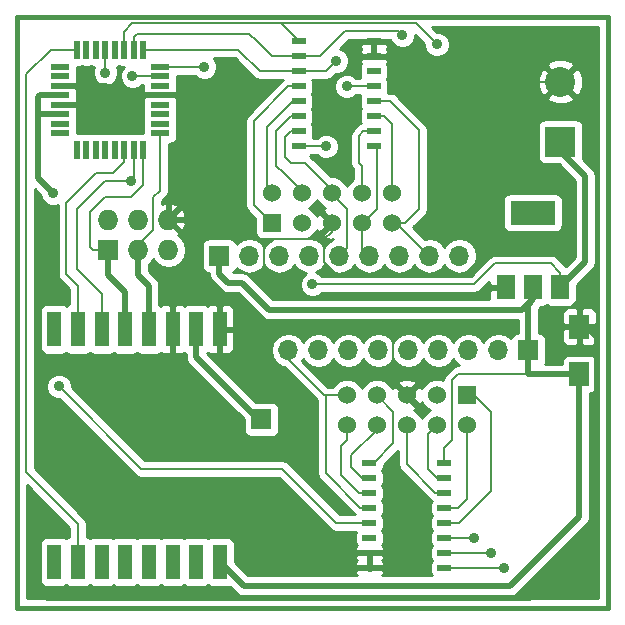
<source format=gtl>
G04 #@! TF.FileFunction,Copper,L1,Top,Signal*
%FSLAX46Y46*%
G04 Gerber Fmt 4.6, Leading zero omitted, Abs format (unit mm)*
G04 Created by KiCad (PCBNEW 4.0.5-e0-6337~49~ubuntu16.04.1) date Tue Jan 17 08:51:43 2017*
%MOMM*%
%LPD*%
G01*
G04 APERTURE LIST*
%ADD10C,0.150000*%
%ADD11C,0.381000*%
%ADD12R,1.524000X1.524000*%
%ADD13C,1.524000*%
%ADD14R,1.727200X1.727200*%
%ADD15O,1.727200X1.727200*%
%ADD16R,2.540000X2.540000*%
%ADD17C,2.540000*%
%ADD18R,1.600000X0.550000*%
%ADD19R,0.550000X1.600000*%
%ADD20R,1.200000X3.000000*%
%ADD21R,3.800000X2.000000*%
%ADD22R,1.500000X2.000000*%
%ADD23R,1.700000X2.000000*%
%ADD24R,1.700000X1.700000*%
%ADD25R,1.143000X0.508000*%
%ADD26O,1.700000X1.700000*%
%ADD27C,0.889000*%
%ADD28C,0.203200*%
%ADD29C,0.500000*%
%ADD30C,0.254000*%
G04 APERTURE END LIST*
D10*
D11*
X134000000Y-48000000D02*
X134000000Y-98000000D01*
X184000000Y-48000000D02*
X134000000Y-48000000D01*
X184000000Y-98000000D02*
X184000000Y-48000000D01*
X134000000Y-98000000D02*
X184000000Y-98000000D01*
D12*
X155575000Y-65405000D03*
D13*
X155575000Y-62865000D03*
X158115000Y-65405000D03*
X158115000Y-62865000D03*
X160655000Y-65405000D03*
X160655000Y-62865000D03*
X163195000Y-65405000D03*
X163195000Y-62865000D03*
X165735000Y-65405000D03*
X165735000Y-62865000D03*
D12*
X172085000Y-80010000D03*
D13*
X172085000Y-82550000D03*
X169545000Y-80010000D03*
X169545000Y-82550000D03*
X167005000Y-80010000D03*
X167005000Y-82550000D03*
X164465000Y-80010000D03*
X164465000Y-82550000D03*
X161925000Y-80010000D03*
X161925000Y-82550000D03*
D14*
X141732000Y-67691000D03*
D15*
X141732000Y-65151000D03*
X144272000Y-67691000D03*
X144272000Y-65151000D03*
X146812000Y-67691000D03*
X146812000Y-65151000D03*
D16*
X180000000Y-58540000D03*
D17*
X180000000Y-53460000D03*
D18*
X137609000Y-52191000D03*
X137609000Y-52991000D03*
X137609000Y-53791000D03*
X137609000Y-54591000D03*
X137609000Y-55391000D03*
X137609000Y-56191000D03*
X137609000Y-56991000D03*
X137609000Y-57791000D03*
D19*
X139059000Y-59241000D03*
X139859000Y-59241000D03*
X140659000Y-59241000D03*
X141459000Y-59241000D03*
X142259000Y-59241000D03*
X143059000Y-59241000D03*
X143859000Y-59241000D03*
X144659000Y-59241000D03*
D18*
X146109000Y-57791000D03*
X146109000Y-56991000D03*
X146109000Y-56191000D03*
X146109000Y-55391000D03*
X146109000Y-54591000D03*
X146109000Y-53791000D03*
X146109000Y-52991000D03*
X146109000Y-52191000D03*
D19*
X144659000Y-50741000D03*
X143859000Y-50741000D03*
X143059000Y-50741000D03*
X142259000Y-50741000D03*
X141459000Y-50741000D03*
X140659000Y-50741000D03*
X139859000Y-50741000D03*
X139059000Y-50741000D03*
D20*
X137160000Y-94110000D03*
X139160000Y-94110000D03*
X141160000Y-94110000D03*
X143160000Y-94110000D03*
X145160000Y-94110000D03*
X147160000Y-94110000D03*
X149160000Y-94110000D03*
X151160000Y-94110000D03*
X151160000Y-74410000D03*
X149160000Y-74410000D03*
X147160000Y-74410000D03*
X145160000Y-74410000D03*
X143160000Y-74410000D03*
X141160000Y-74410000D03*
X139160000Y-74410000D03*
X137160000Y-74410000D03*
D21*
X177673000Y-64541000D03*
D22*
X177673000Y-70841000D03*
X179973000Y-70841000D03*
X175373000Y-70841000D03*
D23*
X181610000Y-78200000D03*
X181610000Y-74200000D03*
D24*
X154686000Y-82042000D03*
D25*
X157861000Y-58928000D03*
X157861000Y-56388000D03*
X157861000Y-55118000D03*
X157861000Y-53848000D03*
X157861000Y-52578000D03*
X157861000Y-51308000D03*
X157861000Y-50038000D03*
X164211000Y-50038000D03*
X164211000Y-51308000D03*
X164211000Y-52578000D03*
X164211000Y-53848000D03*
X164211000Y-55118000D03*
X164211000Y-56388000D03*
X164211000Y-57658000D03*
X164211000Y-58928000D03*
X157861000Y-57658000D03*
X170180000Y-85725000D03*
X170180000Y-88265000D03*
X170180000Y-89535000D03*
X170180000Y-90805000D03*
X170180000Y-92075000D03*
X170180000Y-93345000D03*
X170180000Y-94615000D03*
X163830000Y-94615000D03*
X163830000Y-93345000D03*
X163830000Y-92075000D03*
X163830000Y-90805000D03*
X163830000Y-89535000D03*
X163830000Y-88265000D03*
X163830000Y-86995000D03*
X163830000Y-85725000D03*
X170180000Y-86995000D03*
D24*
X177292000Y-76200000D03*
D26*
X174752000Y-76200000D03*
X172212000Y-76200000D03*
X169672000Y-76200000D03*
X167132000Y-76200000D03*
X164592000Y-76200000D03*
X162052000Y-76200000D03*
X159512000Y-76200000D03*
X156972000Y-76200000D03*
D24*
X151130000Y-68199000D03*
D26*
X153670000Y-68199000D03*
X156210000Y-68199000D03*
X158750000Y-68199000D03*
X161290000Y-68199000D03*
X163830000Y-68199000D03*
X166370000Y-68199000D03*
X168910000Y-68199000D03*
X171450000Y-68199000D03*
D27*
X141478000Y-52705000D03*
X143637000Y-61849000D03*
X143764000Y-52959000D03*
X137541000Y-79248000D03*
X149860000Y-52197000D03*
X161925000Y-53848000D03*
X161036000Y-51689000D03*
X172720000Y-92075000D03*
X174117000Y-93345000D03*
X166624000Y-49530000D03*
X169545000Y-50292000D03*
X175260000Y-94615000D03*
X159004000Y-70612000D03*
X137033000Y-62865000D03*
X160147000Y-58928000D03*
X147193000Y-77597000D03*
X135509000Y-90297000D03*
D28*
X154051000Y-63881000D02*
X155575000Y-65405000D01*
X154051000Y-56769000D02*
X154051000Y-63881000D01*
X157861000Y-53848000D02*
X156972000Y-53848000D01*
X156972000Y-53848000D02*
X154051000Y-56769000D01*
X155194000Y-57277000D02*
X155194000Y-62484000D01*
X155194000Y-62484000D02*
X155575000Y-62865000D01*
X157861000Y-55118000D02*
X157353000Y-55118000D01*
X157353000Y-55118000D02*
X155194000Y-57277000D01*
X170180000Y-86995000D02*
X169545000Y-86995000D01*
X169545000Y-86995000D02*
X168783000Y-86233000D01*
X168783000Y-83312000D02*
X169545000Y-82550000D01*
X168783000Y-86233000D02*
X168783000Y-83312000D01*
X170180000Y-88265000D02*
X169418000Y-88265000D01*
X167005000Y-85852000D02*
X167005000Y-85598000D01*
X169418000Y-88265000D02*
X167005000Y-85852000D01*
X167005000Y-85598000D02*
X167005000Y-82550000D01*
X163830000Y-85725000D02*
X164211000Y-85725000D01*
X164211000Y-85725000D02*
X165862000Y-84074000D01*
X165862000Y-84074000D02*
X165862000Y-81407000D01*
X165862000Y-81407000D02*
X164465000Y-80010000D01*
X163830000Y-86995000D02*
X163195000Y-86995000D01*
X163195000Y-86995000D02*
X162306000Y-86106000D01*
X162306000Y-86106000D02*
X162306000Y-85090000D01*
X162306000Y-85090000D02*
X164465000Y-82931000D01*
X164465000Y-82931000D02*
X164465000Y-82550000D01*
X163830000Y-89535000D02*
X163068000Y-89535000D01*
X160147000Y-86614000D02*
X160147000Y-85725000D01*
X163068000Y-89535000D02*
X160147000Y-86614000D01*
X160147000Y-85725000D02*
X160147000Y-80010000D01*
X161925000Y-80010000D02*
X160147000Y-80010000D01*
X160147000Y-80010000D02*
X160020000Y-80010000D01*
X160020000Y-80010000D02*
X156972000Y-76962000D01*
X156972000Y-76962000D02*
X156972000Y-76200000D01*
X163830000Y-88265000D02*
X162941000Y-88265000D01*
X161417000Y-86741000D02*
X161417000Y-85598000D01*
X162941000Y-88265000D02*
X161417000Y-86741000D01*
X161925000Y-82550000D02*
X161925000Y-83820000D01*
X161925000Y-83820000D02*
X161417000Y-84328000D01*
X161417000Y-84328000D02*
X161417000Y-85598000D01*
X155956000Y-60579000D02*
X156591000Y-61214000D01*
X155956000Y-57658000D02*
X155956000Y-60579000D01*
X156591000Y-61214000D02*
X158115000Y-62738000D01*
X158115000Y-62865000D02*
X158115000Y-62738000D01*
X157861000Y-56388000D02*
X157226000Y-56388000D01*
X157226000Y-56388000D02*
X155956000Y-57658000D01*
X160655000Y-62865000D02*
X160655000Y-62992000D01*
X160655000Y-62992000D02*
X161925000Y-64262000D01*
X161925000Y-67564000D02*
X161290000Y-68199000D01*
X161925000Y-64262000D02*
X161925000Y-67564000D01*
X160655000Y-62865000D02*
X160655000Y-62611000D01*
X160655000Y-62611000D02*
X158369000Y-60325000D01*
X158369000Y-60325000D02*
X157226000Y-60325000D01*
X157861000Y-57658000D02*
X157226000Y-57658000D01*
X156718000Y-58166000D02*
X156718000Y-59817000D01*
X157226000Y-57658000D02*
X156718000Y-58166000D01*
X157226000Y-60325000D02*
X156718000Y-59817000D01*
X164465000Y-64262000D02*
X164465000Y-59182000D01*
X164465000Y-59182000D02*
X164211000Y-58928000D01*
X163195000Y-65405000D02*
X163195000Y-67564000D01*
X163195000Y-67564000D02*
X163830000Y-68199000D01*
X163195000Y-65405000D02*
X163322000Y-65405000D01*
X163322000Y-65405000D02*
X164465000Y-64262000D01*
X164211000Y-57658000D02*
X163322000Y-57658000D01*
X162941000Y-58039000D02*
X162941000Y-60325000D01*
X163322000Y-57658000D02*
X162941000Y-58039000D01*
X163195000Y-60579000D02*
X162941000Y-60325000D01*
X163195000Y-62865000D02*
X163195000Y-60579000D01*
X165608000Y-55118000D02*
X168021000Y-57531000D01*
X165735000Y-65405000D02*
X166878000Y-65405000D01*
X166878000Y-65405000D02*
X168021000Y-64262000D01*
X168021000Y-64262000D02*
X168021000Y-57531000D01*
X165608000Y-55118000D02*
X164211000Y-55118000D01*
X165735000Y-65405000D02*
X166116000Y-65405000D01*
X166116000Y-65405000D02*
X168910000Y-68199000D01*
X164211000Y-56388000D02*
X165100000Y-56388000D01*
X165735000Y-57023000D02*
X165735000Y-62865000D01*
X165100000Y-56388000D02*
X165735000Y-57023000D01*
X171450000Y-90805000D02*
X174117000Y-88138000D01*
X174117000Y-81407000D02*
X174117000Y-88138000D01*
X170180000Y-90805000D02*
X171450000Y-90805000D01*
X172085000Y-80010000D02*
X172720000Y-80010000D01*
X172720000Y-80010000D02*
X174117000Y-81407000D01*
X171323000Y-89535000D02*
X170180000Y-89535000D01*
X172085000Y-82550000D02*
X172085000Y-88773000D01*
X172085000Y-88773000D02*
X171323000Y-89535000D01*
X172085000Y-82550000D02*
X172720000Y-82550000D01*
X141478000Y-52705000D02*
X141459000Y-52686000D01*
X141459000Y-52686000D02*
X141459000Y-50741000D01*
X141160000Y-72009000D02*
X141160000Y-71437000D01*
X141478000Y-61849000D02*
X143637000Y-61849000D01*
X139065000Y-64262000D02*
X141478000Y-61849000D01*
X139065000Y-69342000D02*
X139065000Y-64262000D01*
X141160000Y-71437000D02*
X139065000Y-69342000D01*
X141160000Y-72009000D02*
X141160000Y-74410000D01*
X143859000Y-59241000D02*
X143859000Y-61563000D01*
X143637000Y-61785000D02*
X143637000Y-61849000D01*
X143859000Y-61563000D02*
X143637000Y-61785000D01*
X141732000Y-67691000D02*
X140462000Y-67691000D01*
X141478000Y-63246000D02*
X143637000Y-63246000D01*
X140208000Y-64516000D02*
X141478000Y-63246000D01*
X140208000Y-67437000D02*
X140208000Y-64516000D01*
X140462000Y-67691000D02*
X140208000Y-67437000D01*
X141732000Y-67691000D02*
X141732000Y-67056000D01*
X144659000Y-62224000D02*
X144659000Y-59241000D01*
X143637000Y-63246000D02*
X144659000Y-62224000D01*
D29*
X141732000Y-67691000D02*
X141732000Y-69850000D01*
X141732000Y-69850000D02*
X143160000Y-71278000D01*
X143160000Y-71278000D02*
X143160000Y-74410000D01*
D28*
X144272000Y-67691000D02*
X144272000Y-67310000D01*
X144272000Y-67310000D02*
X145542000Y-66040000D01*
X146109000Y-62679000D02*
X146109000Y-57791000D01*
X145542000Y-63246000D02*
X146109000Y-62679000D01*
X145542000Y-66040000D02*
X145542000Y-63246000D01*
D29*
X145160000Y-74410000D02*
X145160000Y-70738000D01*
X145160000Y-70738000D02*
X144272000Y-69850000D01*
X144272000Y-69850000D02*
X144272000Y-67691000D01*
D28*
X143059000Y-59241000D02*
X143059000Y-60268000D01*
X138176000Y-69723000D02*
X139160000Y-70707000D01*
X138176000Y-63754000D02*
X138176000Y-69723000D01*
X140716000Y-61214000D02*
X138176000Y-63754000D01*
X142113000Y-61214000D02*
X140716000Y-61214000D01*
X143059000Y-60268000D02*
X142113000Y-61214000D01*
X139160000Y-74410000D02*
X139160000Y-70707000D01*
X163830000Y-90805000D02*
X161036000Y-90805000D01*
X143796000Y-52991000D02*
X146109000Y-52991000D01*
X143764000Y-52959000D02*
X143796000Y-52991000D01*
X144526000Y-86233000D02*
X137541000Y-79248000D01*
X156464000Y-86233000D02*
X144526000Y-86233000D01*
X161036000Y-90805000D02*
X156464000Y-86233000D01*
X164211000Y-53848000D02*
X161925000Y-53848000D01*
X149854000Y-52191000D02*
X146109000Y-52191000D01*
X149860000Y-52197000D02*
X149854000Y-52191000D01*
X157861000Y-52578000D02*
X160147000Y-52578000D01*
X160147000Y-52578000D02*
X161036000Y-51689000D01*
X170180000Y-92075000D02*
X172720000Y-92075000D01*
X152654000Y-50741000D02*
X152722000Y-50741000D01*
X154559000Y-52578000D02*
X156972000Y-52578000D01*
X152722000Y-50741000D02*
X154559000Y-52578000D01*
X144659000Y-50741000D02*
X152654000Y-50741000D01*
X156972000Y-52578000D02*
X157861000Y-52578000D01*
X174117000Y-93345000D02*
X170180000Y-93345000D01*
X165354000Y-49149000D02*
X166243000Y-49149000D01*
X166243000Y-49149000D02*
X166624000Y-49530000D01*
X154305000Y-50038000D02*
X153670000Y-49403000D01*
X159639000Y-51308000D02*
X157861000Y-51308000D01*
X161798000Y-49149000D02*
X159639000Y-51308000D01*
X165354000Y-49149000D02*
X161798000Y-49149000D01*
X155575000Y-51308000D02*
X157861000Y-51308000D01*
X154305000Y-50038000D02*
X155575000Y-51308000D01*
X143859000Y-50741000D02*
X143859000Y-49689000D01*
X144145000Y-49403000D02*
X146304000Y-49403000D01*
X146304000Y-49403000D02*
X153670000Y-49403000D01*
X143859000Y-49689000D02*
X144145000Y-49403000D01*
X165608000Y-48514000D02*
X167767000Y-48514000D01*
X167767000Y-48514000D02*
X169545000Y-50292000D01*
X170180000Y-94615000D02*
X175260000Y-94615000D01*
X156337000Y-48514000D02*
X165608000Y-48514000D01*
X157861000Y-50038000D02*
X156337000Y-48514000D01*
X156337000Y-48514000D02*
X155448000Y-48514000D01*
X143059000Y-49219000D02*
X143059000Y-50741000D01*
X143764000Y-48514000D02*
X143059000Y-49219000D01*
X155448000Y-48514000D02*
X154559000Y-48514000D01*
X154559000Y-48514000D02*
X152019000Y-48514000D01*
X152019000Y-48514000D02*
X143764000Y-48514000D01*
X139059000Y-50741000D02*
X136838000Y-50741000D01*
X136838000Y-50741000D02*
X134747000Y-52832000D01*
X139160000Y-90900000D02*
X139160000Y-94110000D01*
X134747000Y-86487000D02*
X139160000Y-90900000D01*
X134747000Y-52832000D02*
X134747000Y-86487000D01*
D29*
X154686000Y-82042000D02*
X154432000Y-82042000D01*
X154432000Y-82042000D02*
X149160000Y-76770000D01*
X149160000Y-74410000D02*
X149160000Y-76770000D01*
D28*
X159004000Y-70612000D02*
X172708408Y-70612000D01*
X172708408Y-70612000D02*
X174486408Y-68834000D01*
X174486408Y-68834000D02*
X179197000Y-68834000D01*
X179197000Y-68834000D02*
X179973000Y-69610000D01*
X179973000Y-69610000D02*
X179973000Y-70841000D01*
D29*
X180000000Y-58540000D02*
X180000000Y-59350000D01*
X180000000Y-59350000D02*
X182118000Y-61468000D01*
X182118000Y-61468000D02*
X182118000Y-68696000D01*
X182118000Y-68696000D02*
X179973000Y-70841000D01*
X181610000Y-78200000D02*
X181610000Y-90297000D01*
X175768000Y-96139000D02*
X153189000Y-96139000D01*
X181610000Y-90297000D02*
X175768000Y-96139000D01*
X177292000Y-76200000D02*
X177292000Y-72263000D01*
X177292000Y-72263000D02*
X177419000Y-72263000D01*
X177419000Y-72263000D02*
X177419000Y-72136000D01*
X177292000Y-76200000D02*
X177292000Y-78200000D01*
D28*
X177292000Y-78200000D02*
X177292000Y-78105000D01*
X177292000Y-78105000D02*
X177292000Y-78200000D01*
D29*
X181610000Y-78200000D02*
X177292000Y-78200000D01*
D28*
X177292000Y-78200000D02*
X171355000Y-78200000D01*
X170815000Y-83820000D02*
X170815000Y-78740000D01*
X170180000Y-84455000D02*
X170815000Y-83820000D01*
X170180000Y-85725000D02*
X170180000Y-84455000D01*
X171355000Y-78200000D02*
X170815000Y-78740000D01*
D29*
X137033000Y-62865000D02*
X135763000Y-61595000D01*
X135763000Y-61595000D02*
X135763000Y-56191000D01*
D28*
X177292000Y-76200000D02*
X177292000Y-76327000D01*
X157861000Y-58928000D02*
X160147000Y-58928000D01*
X177673000Y-75819000D02*
X177292000Y-76200000D01*
D29*
X177673000Y-70841000D02*
X177673000Y-71882000D01*
X177673000Y-71882000D02*
X177419000Y-72136000D01*
X151130000Y-69723000D02*
X151130000Y-68199000D01*
X177419000Y-72136000D02*
X176784000Y-72771000D01*
X156845000Y-72771000D02*
X155321000Y-72771000D01*
X176784000Y-72771000D02*
X156845000Y-72771000D01*
X155321000Y-72771000D02*
X153035000Y-70485000D01*
X153035000Y-70485000D02*
X151892000Y-70485000D01*
X151892000Y-70485000D02*
X151130000Y-69723000D01*
D28*
X180943000Y-78867000D02*
X181610000Y-78200000D01*
D29*
X153189000Y-96139000D02*
X151160000Y-94110000D01*
X137609000Y-56191000D02*
X135763000Y-56191000D01*
X135763000Y-56191000D02*
X135763000Y-56134000D01*
X137609000Y-54591000D02*
X135909000Y-54591000D01*
X135909000Y-54591000D02*
X135763000Y-54737000D01*
X135763000Y-54737000D02*
X135763000Y-56134000D01*
X151160000Y-74410000D02*
X151160000Y-72039000D01*
X151160000Y-72039000D02*
X148971000Y-69850000D01*
X147160000Y-74410000D02*
X147160000Y-71661000D01*
X147160000Y-71661000D02*
X148971000Y-69850000D01*
X148971000Y-69850000D02*
X148971000Y-67310000D01*
X148971000Y-67310000D02*
X146812000Y-65151000D01*
D28*
X160655000Y-65405000D02*
X160655000Y-66167000D01*
X160655000Y-66167000D02*
X160020000Y-66802000D01*
X160020000Y-66802000D02*
X160020000Y-67437000D01*
X160655000Y-66167000D02*
X160020000Y-66802000D01*
X160020000Y-66802000D02*
X159639000Y-66802000D01*
X163830000Y-94615000D02*
X163830000Y-93345000D01*
X175373000Y-70841000D02*
X174419800Y-70841000D01*
X157480000Y-71755000D02*
X154940000Y-69215000D01*
X174419800Y-70841000D02*
X173505800Y-71755000D01*
X173505800Y-71755000D02*
X157480000Y-71755000D01*
X154940000Y-69215000D02*
X154940000Y-67183000D01*
X154940000Y-67183000D02*
X154559000Y-66802000D01*
X174879000Y-66790408D02*
X174879000Y-58581000D01*
X174879000Y-58581000D02*
X180000000Y-53460000D01*
X161283710Y-69977000D02*
X171692408Y-69977000D01*
X171692408Y-69977000D02*
X174879000Y-66790408D01*
X160020000Y-67437000D02*
X160020000Y-68713290D01*
X160020000Y-68713290D02*
X161283710Y-69977000D01*
X160655000Y-65405000D02*
X160655000Y-65786000D01*
X159639000Y-66802000D02*
X154559000Y-66802000D01*
X180000000Y-53460000D02*
X168014000Y-53460000D01*
X168014000Y-53460000D02*
X165862000Y-51308000D01*
X164211000Y-50038000D02*
X165100000Y-50038000D01*
X165100000Y-50038000D02*
X165862000Y-50800000D01*
X165862000Y-50800000D02*
X165862000Y-51308000D01*
X165862000Y-51308000D02*
X164211000Y-51308000D01*
X151160000Y-72039000D02*
X148971000Y-69850000D01*
X148971000Y-67310000D02*
X146812000Y-65151000D01*
X148971000Y-69850000D02*
X148971000Y-67310000D01*
X167005000Y-80010000D02*
X166116000Y-79121000D01*
X166116000Y-79121000D02*
X165862000Y-78867000D01*
X165862000Y-78867000D02*
X165862000Y-74676000D01*
X165862000Y-74676000D02*
X165596000Y-74410000D01*
X165596000Y-74410000D02*
X151160000Y-74410000D01*
X181610000Y-74200000D02*
X182277000Y-74200000D01*
D29*
X182277000Y-74200000D02*
X183134000Y-75057000D01*
X147160000Y-77564000D02*
X147160000Y-74410000D01*
X147193000Y-77597000D02*
X147160000Y-77564000D01*
X135509000Y-96139000D02*
X135509000Y-90297000D01*
X136525000Y-97155000D02*
X135509000Y-96139000D01*
X177419000Y-97155000D02*
X136525000Y-97155000D01*
X183134000Y-91440000D02*
X177419000Y-97155000D01*
X183134000Y-75057000D02*
X183134000Y-91440000D01*
D28*
X150495000Y-65151000D02*
X146812000Y-65151000D01*
X152146000Y-66802000D02*
X150495000Y-65151000D01*
X154559000Y-66802000D02*
X152146000Y-66802000D01*
D29*
X146109000Y-54591000D02*
X147428000Y-54591000D01*
X148209000Y-63754000D02*
X146812000Y-65151000D01*
X148209000Y-55372000D02*
X148209000Y-63754000D01*
X147428000Y-54591000D02*
X148209000Y-55372000D01*
X137609000Y-53791000D02*
X141548000Y-53791000D01*
X141548000Y-53791000D02*
X142348000Y-54591000D01*
X146109000Y-54591000D02*
X142348000Y-54591000D01*
X142348000Y-54591000D02*
X142259000Y-54591000D01*
X141459000Y-55391000D02*
X137609000Y-55391000D01*
X142259000Y-54591000D02*
X141459000Y-55391000D01*
D30*
G36*
X183174500Y-97174500D02*
X134825500Y-97174500D01*
X134825500Y-87607210D01*
X138423400Y-91205110D01*
X138423400Y-91988263D01*
X138324683Y-92006838D01*
X138158523Y-92113759D01*
X138011890Y-92013569D01*
X137760000Y-91962560D01*
X136560000Y-91962560D01*
X136324683Y-92006838D01*
X136108559Y-92145910D01*
X135963569Y-92358110D01*
X135912560Y-92610000D01*
X135912560Y-95610000D01*
X135956838Y-95845317D01*
X136095910Y-96061441D01*
X136308110Y-96206431D01*
X136560000Y-96257440D01*
X137760000Y-96257440D01*
X137995317Y-96213162D01*
X138161477Y-96106241D01*
X138308110Y-96206431D01*
X138560000Y-96257440D01*
X139760000Y-96257440D01*
X139995317Y-96213162D01*
X140161477Y-96106241D01*
X140308110Y-96206431D01*
X140560000Y-96257440D01*
X141760000Y-96257440D01*
X141995317Y-96213162D01*
X142161477Y-96106241D01*
X142308110Y-96206431D01*
X142560000Y-96257440D01*
X143760000Y-96257440D01*
X143995317Y-96213162D01*
X144161477Y-96106241D01*
X144308110Y-96206431D01*
X144560000Y-96257440D01*
X145760000Y-96257440D01*
X145995317Y-96213162D01*
X146161477Y-96106241D01*
X146308110Y-96206431D01*
X146560000Y-96257440D01*
X147760000Y-96257440D01*
X147995317Y-96213162D01*
X148161477Y-96106241D01*
X148308110Y-96206431D01*
X148560000Y-96257440D01*
X149760000Y-96257440D01*
X149995317Y-96213162D01*
X150161477Y-96106241D01*
X150308110Y-96206431D01*
X150560000Y-96257440D01*
X151760000Y-96257440D01*
X151995317Y-96213162D01*
X152005214Y-96206793D01*
X152563208Y-96764787D01*
X152563210Y-96764790D01*
X152850325Y-96956633D01*
X153189000Y-97024000D01*
X175767995Y-97024000D01*
X175768000Y-97024001D01*
X176050484Y-96967810D01*
X176106675Y-96956633D01*
X176393790Y-96764790D01*
X176393791Y-96764789D01*
X182235787Y-90922792D01*
X182235790Y-90922790D01*
X182427633Y-90635675D01*
X182467264Y-90436440D01*
X182495001Y-90297000D01*
X182495000Y-90296995D01*
X182495000Y-79840854D01*
X182695317Y-79803162D01*
X182911441Y-79664090D01*
X183056431Y-79451890D01*
X183107440Y-79200000D01*
X183107440Y-77200000D01*
X183063162Y-76964683D01*
X182924090Y-76748559D01*
X182711890Y-76603569D01*
X182460000Y-76552560D01*
X180760000Y-76552560D01*
X180524683Y-76596838D01*
X180308559Y-76735910D01*
X180163569Y-76948110D01*
X180112560Y-77200000D01*
X180112560Y-77315000D01*
X178729473Y-77315000D01*
X178738431Y-77301890D01*
X178789440Y-77050000D01*
X178789440Y-75350000D01*
X178745162Y-75114683D01*
X178606090Y-74898559D01*
X178393890Y-74753569D01*
X178177000Y-74709648D01*
X178177000Y-74485750D01*
X180125000Y-74485750D01*
X180125000Y-75326309D01*
X180221673Y-75559698D01*
X180400301Y-75738327D01*
X180633690Y-75835000D01*
X181324250Y-75835000D01*
X181483000Y-75676250D01*
X181483000Y-74327000D01*
X181737000Y-74327000D01*
X181737000Y-75676250D01*
X181895750Y-75835000D01*
X182586310Y-75835000D01*
X182819699Y-75738327D01*
X182998327Y-75559698D01*
X183095000Y-75326309D01*
X183095000Y-74485750D01*
X182936250Y-74327000D01*
X181737000Y-74327000D01*
X181483000Y-74327000D01*
X180283750Y-74327000D01*
X180125000Y-74485750D01*
X178177000Y-74485750D01*
X178177000Y-73073691D01*
X180125000Y-73073691D01*
X180125000Y-73914250D01*
X180283750Y-74073000D01*
X181483000Y-74073000D01*
X181483000Y-72723750D01*
X181737000Y-72723750D01*
X181737000Y-74073000D01*
X182936250Y-74073000D01*
X183095000Y-73914250D01*
X183095000Y-73073691D01*
X182998327Y-72840302D01*
X182819699Y-72661673D01*
X182586310Y-72565000D01*
X181895750Y-72565000D01*
X181737000Y-72723750D01*
X181483000Y-72723750D01*
X181324250Y-72565000D01*
X180633690Y-72565000D01*
X180400301Y-72661673D01*
X180221673Y-72840302D01*
X180125000Y-73073691D01*
X178177000Y-73073691D01*
X178177000Y-72690923D01*
X178236633Y-72601675D01*
X178244511Y-72562068D01*
X178298787Y-72507792D01*
X178298790Y-72507790D01*
X178311719Y-72488440D01*
X178423000Y-72488440D01*
X178658317Y-72444162D01*
X178824477Y-72337241D01*
X178971110Y-72437431D01*
X179223000Y-72488440D01*
X180723000Y-72488440D01*
X180958317Y-72444162D01*
X181174441Y-72305090D01*
X181319431Y-72092890D01*
X181370440Y-71841000D01*
X181370440Y-70695140D01*
X182743787Y-69321792D01*
X182743790Y-69321790D01*
X182935633Y-69034675D01*
X182945236Y-68986400D01*
X183003001Y-68696000D01*
X183003000Y-68695995D01*
X183003000Y-61468000D01*
X182935633Y-61129325D01*
X182743790Y-60842210D01*
X182743787Y-60842208D01*
X181882773Y-59981193D01*
X181917440Y-59810000D01*
X181917440Y-57270000D01*
X181873162Y-57034683D01*
X181734090Y-56818559D01*
X181521890Y-56673569D01*
X181270000Y-56622560D01*
X178730000Y-56622560D01*
X178494683Y-56666838D01*
X178278559Y-56805910D01*
X178133569Y-57018110D01*
X178082560Y-57270000D01*
X178082560Y-59810000D01*
X178126838Y-60045317D01*
X178265910Y-60261441D01*
X178478110Y-60406431D01*
X178730000Y-60457440D01*
X179855860Y-60457440D01*
X181233000Y-61834579D01*
X181233000Y-68329421D01*
X180483565Y-69078855D01*
X179717855Y-68313145D01*
X179478885Y-68153470D01*
X179197000Y-68097400D01*
X174486408Y-68097400D01*
X174204523Y-68153470D01*
X173994433Y-68293848D01*
X173965553Y-68313145D01*
X172403298Y-69875400D01*
X159793998Y-69875400D01*
X159616286Y-69697378D01*
X159342668Y-69583762D01*
X159800054Y-69278147D01*
X160020000Y-68948974D01*
X160239946Y-69278147D01*
X160721715Y-69600054D01*
X161290000Y-69713093D01*
X161858285Y-69600054D01*
X162340054Y-69278147D01*
X162560000Y-68948974D01*
X162779946Y-69278147D01*
X163261715Y-69600054D01*
X163830000Y-69713093D01*
X164398285Y-69600054D01*
X164880054Y-69278147D01*
X165100000Y-68948974D01*
X165319946Y-69278147D01*
X165801715Y-69600054D01*
X166370000Y-69713093D01*
X166938285Y-69600054D01*
X167420054Y-69278147D01*
X167640000Y-68948974D01*
X167859946Y-69278147D01*
X168341715Y-69600054D01*
X168910000Y-69713093D01*
X169478285Y-69600054D01*
X169960054Y-69278147D01*
X170180000Y-68948974D01*
X170399946Y-69278147D01*
X170881715Y-69600054D01*
X171450000Y-69713093D01*
X172018285Y-69600054D01*
X172500054Y-69278147D01*
X172821961Y-68796378D01*
X172935000Y-68228093D01*
X172935000Y-68169907D01*
X172821961Y-67601622D01*
X172500054Y-67119853D01*
X172018285Y-66797946D01*
X171450000Y-66684907D01*
X170881715Y-66797946D01*
X170399946Y-67119853D01*
X170180000Y-67449026D01*
X169960054Y-67119853D01*
X169478285Y-66797946D01*
X168910000Y-66684907D01*
X168515990Y-66763280D01*
X167538710Y-65786000D01*
X168541855Y-64782855D01*
X168701530Y-64543885D01*
X168757600Y-64262000D01*
X168757600Y-63541000D01*
X175125560Y-63541000D01*
X175125560Y-65541000D01*
X175169838Y-65776317D01*
X175308910Y-65992441D01*
X175521110Y-66137431D01*
X175773000Y-66188440D01*
X179573000Y-66188440D01*
X179808317Y-66144162D01*
X180024441Y-66005090D01*
X180169431Y-65792890D01*
X180220440Y-65541000D01*
X180220440Y-63541000D01*
X180176162Y-63305683D01*
X180037090Y-63089559D01*
X179824890Y-62944569D01*
X179573000Y-62893560D01*
X175773000Y-62893560D01*
X175537683Y-62937838D01*
X175321559Y-63076910D01*
X175176569Y-63289110D01*
X175125560Y-63541000D01*
X168757600Y-63541000D01*
X168757600Y-57531000D01*
X168701530Y-57249115D01*
X168541855Y-57010145D01*
X166339487Y-54807777D01*
X178831828Y-54807777D01*
X178963520Y-55102657D01*
X179671036Y-55374261D01*
X180428632Y-55354436D01*
X181036480Y-55102657D01*
X181168172Y-54807777D01*
X180000000Y-53639605D01*
X178831828Y-54807777D01*
X166339487Y-54807777D01*
X166128855Y-54597145D01*
X165889885Y-54437470D01*
X165608000Y-54381400D01*
X165360134Y-54381400D01*
X165378931Y-54353890D01*
X165429940Y-54102000D01*
X165429940Y-53594000D01*
X165385662Y-53358683D01*
X165291334Y-53212093D01*
X165346717Y-53131036D01*
X178085739Y-53131036D01*
X178105564Y-53888632D01*
X178357343Y-54496480D01*
X178652223Y-54628172D01*
X179820395Y-53460000D01*
X180179605Y-53460000D01*
X181347777Y-54628172D01*
X181642657Y-54496480D01*
X181914261Y-53788964D01*
X181894436Y-53031368D01*
X181642657Y-52423520D01*
X181347777Y-52291828D01*
X180179605Y-53460000D01*
X179820395Y-53460000D01*
X178652223Y-52291828D01*
X178357343Y-52423520D01*
X178085739Y-53131036D01*
X165346717Y-53131036D01*
X165378931Y-53083890D01*
X165429940Y-52832000D01*
X165429940Y-52324000D01*
X165390092Y-52112223D01*
X178831828Y-52112223D01*
X180000000Y-53280395D01*
X181168172Y-52112223D01*
X181036480Y-51817343D01*
X180328964Y-51545739D01*
X179571368Y-51565564D01*
X178963520Y-51817343D01*
X178831828Y-52112223D01*
X165390092Y-52112223D01*
X165385662Y-52088683D01*
X165294896Y-51947629D01*
X165320827Y-51921698D01*
X165417500Y-51688309D01*
X165417500Y-51593750D01*
X165258750Y-51435000D01*
X164338000Y-51435000D01*
X164338000Y-51455000D01*
X164084000Y-51455000D01*
X164084000Y-51435000D01*
X163163250Y-51435000D01*
X163004500Y-51593750D01*
X163004500Y-51688309D01*
X163101173Y-51921698D01*
X163127709Y-51948235D01*
X163043069Y-52072110D01*
X162992060Y-52324000D01*
X162992060Y-52832000D01*
X163036338Y-53067317D01*
X163064705Y-53111400D01*
X162714998Y-53111400D01*
X162537286Y-52933378D01*
X162140668Y-52768687D01*
X161711216Y-52768313D01*
X161314311Y-52932311D01*
X161010378Y-53235714D01*
X160845687Y-53632332D01*
X160845313Y-54061784D01*
X161009311Y-54458689D01*
X161312714Y-54762622D01*
X161709332Y-54927313D01*
X162138784Y-54927687D01*
X162535689Y-54763689D01*
X162715091Y-54584600D01*
X163061866Y-54584600D01*
X163043069Y-54612110D01*
X162992060Y-54864000D01*
X162992060Y-55372000D01*
X163036338Y-55607317D01*
X163130666Y-55753907D01*
X163043069Y-55882110D01*
X162992060Y-56134000D01*
X162992060Y-56642000D01*
X163036338Y-56877317D01*
X163093900Y-56966771D01*
X163040115Y-56977470D01*
X162801145Y-57137145D01*
X162420145Y-57518145D01*
X162260470Y-57757115D01*
X162204400Y-58039000D01*
X162204400Y-60325000D01*
X162260470Y-60606885D01*
X162420145Y-60845855D01*
X162458400Y-60884110D01*
X162458400Y-61657800D01*
X162404697Y-61679990D01*
X162011371Y-62072630D01*
X161925051Y-62280512D01*
X161840010Y-62074697D01*
X161447370Y-61681371D01*
X160934100Y-61468243D01*
X160553621Y-61467911D01*
X158889855Y-59804145D01*
X158766454Y-59721691D01*
X158855176Y-59664600D01*
X159357002Y-59664600D01*
X159534714Y-59842622D01*
X159931332Y-60007313D01*
X160360784Y-60007687D01*
X160757689Y-59843689D01*
X161061622Y-59540286D01*
X161226313Y-59143668D01*
X161226687Y-58714216D01*
X161062689Y-58317311D01*
X160759286Y-58013378D01*
X160362668Y-57848687D01*
X159933216Y-57848313D01*
X159536311Y-58012311D01*
X159356909Y-58191400D01*
X159010134Y-58191400D01*
X159028931Y-58163890D01*
X159079940Y-57912000D01*
X159079940Y-57404000D01*
X159035662Y-57168683D01*
X158941334Y-57022093D01*
X159028931Y-56893890D01*
X159079940Y-56642000D01*
X159079940Y-56134000D01*
X159035662Y-55898683D01*
X158941334Y-55752093D01*
X159028931Y-55623890D01*
X159079940Y-55372000D01*
X159079940Y-54864000D01*
X159035662Y-54628683D01*
X158941334Y-54482093D01*
X159028931Y-54353890D01*
X159079940Y-54102000D01*
X159079940Y-53594000D01*
X159035662Y-53358683D01*
X159007295Y-53314600D01*
X160147000Y-53314600D01*
X160428885Y-53258530D01*
X160667855Y-53098855D01*
X160998242Y-52768468D01*
X161249784Y-52768687D01*
X161646689Y-52604689D01*
X161950622Y-52301286D01*
X162115313Y-51904668D01*
X162115687Y-51475216D01*
X161951689Y-51078311D01*
X161648286Y-50774378D01*
X161341656Y-50647054D01*
X161664960Y-50323750D01*
X163004500Y-50323750D01*
X163004500Y-50418309D01*
X163101173Y-50651698D01*
X163122475Y-50673000D01*
X163101173Y-50694302D01*
X163004500Y-50927691D01*
X163004500Y-51022250D01*
X163163250Y-51181000D01*
X164084000Y-51181000D01*
X164084000Y-50165000D01*
X164338000Y-50165000D01*
X164338000Y-51181000D01*
X165258750Y-51181000D01*
X165417500Y-51022250D01*
X165417500Y-50927691D01*
X165320827Y-50694302D01*
X165299525Y-50673000D01*
X165320827Y-50651698D01*
X165417500Y-50418309D01*
X165417500Y-50323750D01*
X165258750Y-50165000D01*
X164338000Y-50165000D01*
X164084000Y-50165000D01*
X163163250Y-50165000D01*
X163004500Y-50323750D01*
X161664960Y-50323750D01*
X162103110Y-49885600D01*
X163137850Y-49885600D01*
X163163250Y-49911000D01*
X164084000Y-49911000D01*
X164084000Y-49891000D01*
X164338000Y-49891000D01*
X164338000Y-49911000D01*
X165258750Y-49911000D01*
X165284150Y-49885600D01*
X165602910Y-49885600D01*
X165708311Y-50140689D01*
X166011714Y-50444622D01*
X166408332Y-50609313D01*
X166837784Y-50609687D01*
X167234689Y-50445689D01*
X167538622Y-50142286D01*
X167703313Y-49745668D01*
X167703534Y-49492244D01*
X168465532Y-50254242D01*
X168465313Y-50505784D01*
X168629311Y-50902689D01*
X168932714Y-51206622D01*
X169329332Y-51371313D01*
X169758784Y-51371687D01*
X170155689Y-51207689D01*
X170459622Y-50904286D01*
X170624313Y-50507668D01*
X170624687Y-50078216D01*
X170460689Y-49681311D01*
X170157286Y-49377378D01*
X169760668Y-49212687D01*
X169507176Y-49212466D01*
X169120210Y-48825500D01*
X183174500Y-48825500D01*
X183174500Y-97174500D01*
X183174500Y-97174500D01*
G37*
X183174500Y-97174500D02*
X134825500Y-97174500D01*
X134825500Y-87607210D01*
X138423400Y-91205110D01*
X138423400Y-91988263D01*
X138324683Y-92006838D01*
X138158523Y-92113759D01*
X138011890Y-92013569D01*
X137760000Y-91962560D01*
X136560000Y-91962560D01*
X136324683Y-92006838D01*
X136108559Y-92145910D01*
X135963569Y-92358110D01*
X135912560Y-92610000D01*
X135912560Y-95610000D01*
X135956838Y-95845317D01*
X136095910Y-96061441D01*
X136308110Y-96206431D01*
X136560000Y-96257440D01*
X137760000Y-96257440D01*
X137995317Y-96213162D01*
X138161477Y-96106241D01*
X138308110Y-96206431D01*
X138560000Y-96257440D01*
X139760000Y-96257440D01*
X139995317Y-96213162D01*
X140161477Y-96106241D01*
X140308110Y-96206431D01*
X140560000Y-96257440D01*
X141760000Y-96257440D01*
X141995317Y-96213162D01*
X142161477Y-96106241D01*
X142308110Y-96206431D01*
X142560000Y-96257440D01*
X143760000Y-96257440D01*
X143995317Y-96213162D01*
X144161477Y-96106241D01*
X144308110Y-96206431D01*
X144560000Y-96257440D01*
X145760000Y-96257440D01*
X145995317Y-96213162D01*
X146161477Y-96106241D01*
X146308110Y-96206431D01*
X146560000Y-96257440D01*
X147760000Y-96257440D01*
X147995317Y-96213162D01*
X148161477Y-96106241D01*
X148308110Y-96206431D01*
X148560000Y-96257440D01*
X149760000Y-96257440D01*
X149995317Y-96213162D01*
X150161477Y-96106241D01*
X150308110Y-96206431D01*
X150560000Y-96257440D01*
X151760000Y-96257440D01*
X151995317Y-96213162D01*
X152005214Y-96206793D01*
X152563208Y-96764787D01*
X152563210Y-96764790D01*
X152850325Y-96956633D01*
X153189000Y-97024000D01*
X175767995Y-97024000D01*
X175768000Y-97024001D01*
X176050484Y-96967810D01*
X176106675Y-96956633D01*
X176393790Y-96764790D01*
X176393791Y-96764789D01*
X182235787Y-90922792D01*
X182235790Y-90922790D01*
X182427633Y-90635675D01*
X182467264Y-90436440D01*
X182495001Y-90297000D01*
X182495000Y-90296995D01*
X182495000Y-79840854D01*
X182695317Y-79803162D01*
X182911441Y-79664090D01*
X183056431Y-79451890D01*
X183107440Y-79200000D01*
X183107440Y-77200000D01*
X183063162Y-76964683D01*
X182924090Y-76748559D01*
X182711890Y-76603569D01*
X182460000Y-76552560D01*
X180760000Y-76552560D01*
X180524683Y-76596838D01*
X180308559Y-76735910D01*
X180163569Y-76948110D01*
X180112560Y-77200000D01*
X180112560Y-77315000D01*
X178729473Y-77315000D01*
X178738431Y-77301890D01*
X178789440Y-77050000D01*
X178789440Y-75350000D01*
X178745162Y-75114683D01*
X178606090Y-74898559D01*
X178393890Y-74753569D01*
X178177000Y-74709648D01*
X178177000Y-74485750D01*
X180125000Y-74485750D01*
X180125000Y-75326309D01*
X180221673Y-75559698D01*
X180400301Y-75738327D01*
X180633690Y-75835000D01*
X181324250Y-75835000D01*
X181483000Y-75676250D01*
X181483000Y-74327000D01*
X181737000Y-74327000D01*
X181737000Y-75676250D01*
X181895750Y-75835000D01*
X182586310Y-75835000D01*
X182819699Y-75738327D01*
X182998327Y-75559698D01*
X183095000Y-75326309D01*
X183095000Y-74485750D01*
X182936250Y-74327000D01*
X181737000Y-74327000D01*
X181483000Y-74327000D01*
X180283750Y-74327000D01*
X180125000Y-74485750D01*
X178177000Y-74485750D01*
X178177000Y-73073691D01*
X180125000Y-73073691D01*
X180125000Y-73914250D01*
X180283750Y-74073000D01*
X181483000Y-74073000D01*
X181483000Y-72723750D01*
X181737000Y-72723750D01*
X181737000Y-74073000D01*
X182936250Y-74073000D01*
X183095000Y-73914250D01*
X183095000Y-73073691D01*
X182998327Y-72840302D01*
X182819699Y-72661673D01*
X182586310Y-72565000D01*
X181895750Y-72565000D01*
X181737000Y-72723750D01*
X181483000Y-72723750D01*
X181324250Y-72565000D01*
X180633690Y-72565000D01*
X180400301Y-72661673D01*
X180221673Y-72840302D01*
X180125000Y-73073691D01*
X178177000Y-73073691D01*
X178177000Y-72690923D01*
X178236633Y-72601675D01*
X178244511Y-72562068D01*
X178298787Y-72507792D01*
X178298790Y-72507790D01*
X178311719Y-72488440D01*
X178423000Y-72488440D01*
X178658317Y-72444162D01*
X178824477Y-72337241D01*
X178971110Y-72437431D01*
X179223000Y-72488440D01*
X180723000Y-72488440D01*
X180958317Y-72444162D01*
X181174441Y-72305090D01*
X181319431Y-72092890D01*
X181370440Y-71841000D01*
X181370440Y-70695140D01*
X182743787Y-69321792D01*
X182743790Y-69321790D01*
X182935633Y-69034675D01*
X182945236Y-68986400D01*
X183003001Y-68696000D01*
X183003000Y-68695995D01*
X183003000Y-61468000D01*
X182935633Y-61129325D01*
X182743790Y-60842210D01*
X182743787Y-60842208D01*
X181882773Y-59981193D01*
X181917440Y-59810000D01*
X181917440Y-57270000D01*
X181873162Y-57034683D01*
X181734090Y-56818559D01*
X181521890Y-56673569D01*
X181270000Y-56622560D01*
X178730000Y-56622560D01*
X178494683Y-56666838D01*
X178278559Y-56805910D01*
X178133569Y-57018110D01*
X178082560Y-57270000D01*
X178082560Y-59810000D01*
X178126838Y-60045317D01*
X178265910Y-60261441D01*
X178478110Y-60406431D01*
X178730000Y-60457440D01*
X179855860Y-60457440D01*
X181233000Y-61834579D01*
X181233000Y-68329421D01*
X180483565Y-69078855D01*
X179717855Y-68313145D01*
X179478885Y-68153470D01*
X179197000Y-68097400D01*
X174486408Y-68097400D01*
X174204523Y-68153470D01*
X173994433Y-68293848D01*
X173965553Y-68313145D01*
X172403298Y-69875400D01*
X159793998Y-69875400D01*
X159616286Y-69697378D01*
X159342668Y-69583762D01*
X159800054Y-69278147D01*
X160020000Y-68948974D01*
X160239946Y-69278147D01*
X160721715Y-69600054D01*
X161290000Y-69713093D01*
X161858285Y-69600054D01*
X162340054Y-69278147D01*
X162560000Y-68948974D01*
X162779946Y-69278147D01*
X163261715Y-69600054D01*
X163830000Y-69713093D01*
X164398285Y-69600054D01*
X164880054Y-69278147D01*
X165100000Y-68948974D01*
X165319946Y-69278147D01*
X165801715Y-69600054D01*
X166370000Y-69713093D01*
X166938285Y-69600054D01*
X167420054Y-69278147D01*
X167640000Y-68948974D01*
X167859946Y-69278147D01*
X168341715Y-69600054D01*
X168910000Y-69713093D01*
X169478285Y-69600054D01*
X169960054Y-69278147D01*
X170180000Y-68948974D01*
X170399946Y-69278147D01*
X170881715Y-69600054D01*
X171450000Y-69713093D01*
X172018285Y-69600054D01*
X172500054Y-69278147D01*
X172821961Y-68796378D01*
X172935000Y-68228093D01*
X172935000Y-68169907D01*
X172821961Y-67601622D01*
X172500054Y-67119853D01*
X172018285Y-66797946D01*
X171450000Y-66684907D01*
X170881715Y-66797946D01*
X170399946Y-67119853D01*
X170180000Y-67449026D01*
X169960054Y-67119853D01*
X169478285Y-66797946D01*
X168910000Y-66684907D01*
X168515990Y-66763280D01*
X167538710Y-65786000D01*
X168541855Y-64782855D01*
X168701530Y-64543885D01*
X168757600Y-64262000D01*
X168757600Y-63541000D01*
X175125560Y-63541000D01*
X175125560Y-65541000D01*
X175169838Y-65776317D01*
X175308910Y-65992441D01*
X175521110Y-66137431D01*
X175773000Y-66188440D01*
X179573000Y-66188440D01*
X179808317Y-66144162D01*
X180024441Y-66005090D01*
X180169431Y-65792890D01*
X180220440Y-65541000D01*
X180220440Y-63541000D01*
X180176162Y-63305683D01*
X180037090Y-63089559D01*
X179824890Y-62944569D01*
X179573000Y-62893560D01*
X175773000Y-62893560D01*
X175537683Y-62937838D01*
X175321559Y-63076910D01*
X175176569Y-63289110D01*
X175125560Y-63541000D01*
X168757600Y-63541000D01*
X168757600Y-57531000D01*
X168701530Y-57249115D01*
X168541855Y-57010145D01*
X166339487Y-54807777D01*
X178831828Y-54807777D01*
X178963520Y-55102657D01*
X179671036Y-55374261D01*
X180428632Y-55354436D01*
X181036480Y-55102657D01*
X181168172Y-54807777D01*
X180000000Y-53639605D01*
X178831828Y-54807777D01*
X166339487Y-54807777D01*
X166128855Y-54597145D01*
X165889885Y-54437470D01*
X165608000Y-54381400D01*
X165360134Y-54381400D01*
X165378931Y-54353890D01*
X165429940Y-54102000D01*
X165429940Y-53594000D01*
X165385662Y-53358683D01*
X165291334Y-53212093D01*
X165346717Y-53131036D01*
X178085739Y-53131036D01*
X178105564Y-53888632D01*
X178357343Y-54496480D01*
X178652223Y-54628172D01*
X179820395Y-53460000D01*
X180179605Y-53460000D01*
X181347777Y-54628172D01*
X181642657Y-54496480D01*
X181914261Y-53788964D01*
X181894436Y-53031368D01*
X181642657Y-52423520D01*
X181347777Y-52291828D01*
X180179605Y-53460000D01*
X179820395Y-53460000D01*
X178652223Y-52291828D01*
X178357343Y-52423520D01*
X178085739Y-53131036D01*
X165346717Y-53131036D01*
X165378931Y-53083890D01*
X165429940Y-52832000D01*
X165429940Y-52324000D01*
X165390092Y-52112223D01*
X178831828Y-52112223D01*
X180000000Y-53280395D01*
X181168172Y-52112223D01*
X181036480Y-51817343D01*
X180328964Y-51545739D01*
X179571368Y-51565564D01*
X178963520Y-51817343D01*
X178831828Y-52112223D01*
X165390092Y-52112223D01*
X165385662Y-52088683D01*
X165294896Y-51947629D01*
X165320827Y-51921698D01*
X165417500Y-51688309D01*
X165417500Y-51593750D01*
X165258750Y-51435000D01*
X164338000Y-51435000D01*
X164338000Y-51455000D01*
X164084000Y-51455000D01*
X164084000Y-51435000D01*
X163163250Y-51435000D01*
X163004500Y-51593750D01*
X163004500Y-51688309D01*
X163101173Y-51921698D01*
X163127709Y-51948235D01*
X163043069Y-52072110D01*
X162992060Y-52324000D01*
X162992060Y-52832000D01*
X163036338Y-53067317D01*
X163064705Y-53111400D01*
X162714998Y-53111400D01*
X162537286Y-52933378D01*
X162140668Y-52768687D01*
X161711216Y-52768313D01*
X161314311Y-52932311D01*
X161010378Y-53235714D01*
X160845687Y-53632332D01*
X160845313Y-54061784D01*
X161009311Y-54458689D01*
X161312714Y-54762622D01*
X161709332Y-54927313D01*
X162138784Y-54927687D01*
X162535689Y-54763689D01*
X162715091Y-54584600D01*
X163061866Y-54584600D01*
X163043069Y-54612110D01*
X162992060Y-54864000D01*
X162992060Y-55372000D01*
X163036338Y-55607317D01*
X163130666Y-55753907D01*
X163043069Y-55882110D01*
X162992060Y-56134000D01*
X162992060Y-56642000D01*
X163036338Y-56877317D01*
X163093900Y-56966771D01*
X163040115Y-56977470D01*
X162801145Y-57137145D01*
X162420145Y-57518145D01*
X162260470Y-57757115D01*
X162204400Y-58039000D01*
X162204400Y-60325000D01*
X162260470Y-60606885D01*
X162420145Y-60845855D01*
X162458400Y-60884110D01*
X162458400Y-61657800D01*
X162404697Y-61679990D01*
X162011371Y-62072630D01*
X161925051Y-62280512D01*
X161840010Y-62074697D01*
X161447370Y-61681371D01*
X160934100Y-61468243D01*
X160553621Y-61467911D01*
X158889855Y-59804145D01*
X158766454Y-59721691D01*
X158855176Y-59664600D01*
X159357002Y-59664600D01*
X159534714Y-59842622D01*
X159931332Y-60007313D01*
X160360784Y-60007687D01*
X160757689Y-59843689D01*
X161061622Y-59540286D01*
X161226313Y-59143668D01*
X161226687Y-58714216D01*
X161062689Y-58317311D01*
X160759286Y-58013378D01*
X160362668Y-57848687D01*
X159933216Y-57848313D01*
X159536311Y-58012311D01*
X159356909Y-58191400D01*
X159010134Y-58191400D01*
X159028931Y-58163890D01*
X159079940Y-57912000D01*
X159079940Y-57404000D01*
X159035662Y-57168683D01*
X158941334Y-57022093D01*
X159028931Y-56893890D01*
X159079940Y-56642000D01*
X159079940Y-56134000D01*
X159035662Y-55898683D01*
X158941334Y-55752093D01*
X159028931Y-55623890D01*
X159079940Y-55372000D01*
X159079940Y-54864000D01*
X159035662Y-54628683D01*
X158941334Y-54482093D01*
X159028931Y-54353890D01*
X159079940Y-54102000D01*
X159079940Y-53594000D01*
X159035662Y-53358683D01*
X159007295Y-53314600D01*
X160147000Y-53314600D01*
X160428885Y-53258530D01*
X160667855Y-53098855D01*
X160998242Y-52768468D01*
X161249784Y-52768687D01*
X161646689Y-52604689D01*
X161950622Y-52301286D01*
X162115313Y-51904668D01*
X162115687Y-51475216D01*
X161951689Y-51078311D01*
X161648286Y-50774378D01*
X161341656Y-50647054D01*
X161664960Y-50323750D01*
X163004500Y-50323750D01*
X163004500Y-50418309D01*
X163101173Y-50651698D01*
X163122475Y-50673000D01*
X163101173Y-50694302D01*
X163004500Y-50927691D01*
X163004500Y-51022250D01*
X163163250Y-51181000D01*
X164084000Y-51181000D01*
X164084000Y-50165000D01*
X164338000Y-50165000D01*
X164338000Y-51181000D01*
X165258750Y-51181000D01*
X165417500Y-51022250D01*
X165417500Y-50927691D01*
X165320827Y-50694302D01*
X165299525Y-50673000D01*
X165320827Y-50651698D01*
X165417500Y-50418309D01*
X165417500Y-50323750D01*
X165258750Y-50165000D01*
X164338000Y-50165000D01*
X164084000Y-50165000D01*
X163163250Y-50165000D01*
X163004500Y-50323750D01*
X161664960Y-50323750D01*
X162103110Y-49885600D01*
X163137850Y-49885600D01*
X163163250Y-49911000D01*
X164084000Y-49911000D01*
X164084000Y-49891000D01*
X164338000Y-49891000D01*
X164338000Y-49911000D01*
X165258750Y-49911000D01*
X165284150Y-49885600D01*
X165602910Y-49885600D01*
X165708311Y-50140689D01*
X166011714Y-50444622D01*
X166408332Y-50609313D01*
X166837784Y-50609687D01*
X167234689Y-50445689D01*
X167538622Y-50142286D01*
X167703313Y-49745668D01*
X167703534Y-49492244D01*
X168465532Y-50254242D01*
X168465313Y-50505784D01*
X168629311Y-50902689D01*
X168932714Y-51206622D01*
X169329332Y-51371313D01*
X169758784Y-51371687D01*
X170155689Y-51207689D01*
X170459622Y-50904286D01*
X170624313Y-50507668D01*
X170624687Y-50078216D01*
X170460689Y-49681311D01*
X170157286Y-49377378D01*
X169760668Y-49212687D01*
X169507176Y-49212466D01*
X169120210Y-48825500D01*
X183174500Y-48825500D01*
X183174500Y-97174500D01*
G36*
X154038145Y-53098855D02*
X154277115Y-53258530D01*
X154559000Y-53314600D01*
X156469920Y-53314600D01*
X156451145Y-53327145D01*
X153530145Y-56248145D01*
X153370470Y-56487115D01*
X153314400Y-56769000D01*
X153314400Y-63881000D01*
X153370470Y-64162885D01*
X153530145Y-64401855D01*
X154165560Y-65037270D01*
X154165560Y-66167000D01*
X154209838Y-66402317D01*
X154348910Y-66618441D01*
X154561110Y-66763431D01*
X154813000Y-66814440D01*
X155617030Y-66814440D01*
X155159946Y-67119853D01*
X154940000Y-67449026D01*
X154720054Y-67119853D01*
X154238285Y-66797946D01*
X153670000Y-66684907D01*
X153101715Y-66797946D01*
X152619946Y-67119853D01*
X152592150Y-67161452D01*
X152583162Y-67113683D01*
X152444090Y-66897559D01*
X152231890Y-66752569D01*
X151980000Y-66701560D01*
X150280000Y-66701560D01*
X150044683Y-66745838D01*
X149828559Y-66884910D01*
X149683569Y-67097110D01*
X149632560Y-67349000D01*
X149632560Y-69049000D01*
X149676838Y-69284317D01*
X149815910Y-69500441D01*
X150028110Y-69645431D01*
X150245000Y-69689352D01*
X150245000Y-69722995D01*
X150244999Y-69723000D01*
X150272094Y-69859211D01*
X150312367Y-70061675D01*
X150434095Y-70243855D01*
X150504210Y-70348790D01*
X151266208Y-71110787D01*
X151266210Y-71110790D01*
X151553325Y-71302633D01*
X151609516Y-71313810D01*
X151892000Y-71370001D01*
X151892005Y-71370000D01*
X152668420Y-71370000D01*
X154695208Y-73396787D01*
X154695210Y-73396790D01*
X154887091Y-73525000D01*
X154982325Y-73588633D01*
X155321000Y-73656001D01*
X155321005Y-73656000D01*
X176407000Y-73656000D01*
X176407000Y-74709146D01*
X176206683Y-74746838D01*
X175990559Y-74885910D01*
X175845569Y-75098110D01*
X175831914Y-75165541D01*
X175802054Y-75120853D01*
X175320285Y-74798946D01*
X174752000Y-74685907D01*
X174183715Y-74798946D01*
X173701946Y-75120853D01*
X173482000Y-75450026D01*
X173262054Y-75120853D01*
X172780285Y-74798946D01*
X172212000Y-74685907D01*
X171643715Y-74798946D01*
X171161946Y-75120853D01*
X170942000Y-75450026D01*
X170722054Y-75120853D01*
X170240285Y-74798946D01*
X169672000Y-74685907D01*
X169103715Y-74798946D01*
X168621946Y-75120853D01*
X168402000Y-75450026D01*
X168182054Y-75120853D01*
X167700285Y-74798946D01*
X167132000Y-74685907D01*
X166563715Y-74798946D01*
X166081946Y-75120853D01*
X165862000Y-75450026D01*
X165642054Y-75120853D01*
X165160285Y-74798946D01*
X164592000Y-74685907D01*
X164023715Y-74798946D01*
X163541946Y-75120853D01*
X163322000Y-75450026D01*
X163102054Y-75120853D01*
X162620285Y-74798946D01*
X162052000Y-74685907D01*
X161483715Y-74798946D01*
X161001946Y-75120853D01*
X160782000Y-75450026D01*
X160562054Y-75120853D01*
X160080285Y-74798946D01*
X159512000Y-74685907D01*
X158943715Y-74798946D01*
X158461946Y-75120853D01*
X158242000Y-75450026D01*
X158022054Y-75120853D01*
X157540285Y-74798946D01*
X156972000Y-74685907D01*
X156403715Y-74798946D01*
X155921946Y-75120853D01*
X155600039Y-75602622D01*
X155487000Y-76170907D01*
X155487000Y-76229093D01*
X155600039Y-76797378D01*
X155921946Y-77279147D01*
X156403715Y-77601054D01*
X156610470Y-77642180D01*
X159410400Y-80442110D01*
X159410400Y-86614000D01*
X159466470Y-86895885D01*
X159626145Y-87134855D01*
X162547145Y-90055855D01*
X162565920Y-90068400D01*
X161341110Y-90068400D01*
X156984855Y-85712145D01*
X156745885Y-85552470D01*
X156464000Y-85496400D01*
X144831110Y-85496400D01*
X138620468Y-79285758D01*
X138620687Y-79034216D01*
X138456689Y-78637311D01*
X138153286Y-78333378D01*
X137756668Y-78168687D01*
X137327216Y-78168313D01*
X136930311Y-78332311D01*
X136626378Y-78635714D01*
X136461687Y-79032332D01*
X136461313Y-79461784D01*
X136625311Y-79858689D01*
X136928714Y-80162622D01*
X137325332Y-80327313D01*
X137578824Y-80327534D01*
X144005145Y-86753855D01*
X144244115Y-86913530D01*
X144526000Y-86969600D01*
X156158890Y-86969600D01*
X160515145Y-91325855D01*
X160754115Y-91485530D01*
X161036000Y-91541600D01*
X162680866Y-91541600D01*
X162662069Y-91569110D01*
X162611060Y-91821000D01*
X162611060Y-92329000D01*
X162655338Y-92564317D01*
X162746104Y-92705371D01*
X162720173Y-92731302D01*
X162623500Y-92964691D01*
X162623500Y-93059250D01*
X162782250Y-93218000D01*
X163703000Y-93218000D01*
X163703000Y-93198000D01*
X163957000Y-93198000D01*
X163957000Y-93218000D01*
X164877750Y-93218000D01*
X165036500Y-93059250D01*
X165036500Y-92964691D01*
X164939827Y-92731302D01*
X164913291Y-92704765D01*
X164997931Y-92580890D01*
X165048940Y-92329000D01*
X165048940Y-91821000D01*
X165004662Y-91585683D01*
X164910334Y-91439093D01*
X164997931Y-91310890D01*
X165048940Y-91059000D01*
X165048940Y-90551000D01*
X165004662Y-90315683D01*
X164910334Y-90169093D01*
X164997931Y-90040890D01*
X165048940Y-89789000D01*
X165048940Y-89281000D01*
X165004662Y-89045683D01*
X164910334Y-88899093D01*
X164997931Y-88770890D01*
X165048940Y-88519000D01*
X165048940Y-88011000D01*
X165004662Y-87775683D01*
X164910334Y-87629093D01*
X164997931Y-87500890D01*
X165048940Y-87249000D01*
X165048940Y-86741000D01*
X165004662Y-86505683D01*
X164910334Y-86359093D01*
X164997931Y-86230890D01*
X165048940Y-85979000D01*
X165048940Y-85928770D01*
X166268400Y-84709310D01*
X166268400Y-85852000D01*
X166324470Y-86133885D01*
X166484145Y-86372855D01*
X168897145Y-88785855D01*
X169090158Y-88914823D01*
X169012069Y-89029110D01*
X168961060Y-89281000D01*
X168961060Y-89789000D01*
X169005338Y-90024317D01*
X169099666Y-90170907D01*
X169012069Y-90299110D01*
X168961060Y-90551000D01*
X168961060Y-91059000D01*
X169005338Y-91294317D01*
X169099666Y-91440907D01*
X169012069Y-91569110D01*
X168961060Y-91821000D01*
X168961060Y-92329000D01*
X169005338Y-92564317D01*
X169099666Y-92710907D01*
X169012069Y-92839110D01*
X168961060Y-93091000D01*
X168961060Y-93599000D01*
X169005338Y-93834317D01*
X169099666Y-93980907D01*
X169012069Y-94109110D01*
X168961060Y-94361000D01*
X168961060Y-94869000D01*
X169005338Y-95104317D01*
X169101656Y-95254000D01*
X164914525Y-95254000D01*
X164939827Y-95228698D01*
X165036500Y-94995309D01*
X165036500Y-94900750D01*
X164877750Y-94742000D01*
X163957000Y-94742000D01*
X163957000Y-94762000D01*
X163703000Y-94762000D01*
X163703000Y-94742000D01*
X162782250Y-94742000D01*
X162623500Y-94900750D01*
X162623500Y-94995309D01*
X162720173Y-95228698D01*
X162745475Y-95254000D01*
X153555579Y-95254000D01*
X152407440Y-94105860D01*
X152407440Y-93630750D01*
X162623500Y-93630750D01*
X162623500Y-93725309D01*
X162720173Y-93958698D01*
X162741475Y-93980000D01*
X162720173Y-94001302D01*
X162623500Y-94234691D01*
X162623500Y-94329250D01*
X162782250Y-94488000D01*
X163703000Y-94488000D01*
X163703000Y-93472000D01*
X163957000Y-93472000D01*
X163957000Y-94488000D01*
X164877750Y-94488000D01*
X165036500Y-94329250D01*
X165036500Y-94234691D01*
X164939827Y-94001302D01*
X164918525Y-93980000D01*
X164939827Y-93958698D01*
X165036500Y-93725309D01*
X165036500Y-93630750D01*
X164877750Y-93472000D01*
X163957000Y-93472000D01*
X163703000Y-93472000D01*
X162782250Y-93472000D01*
X162623500Y-93630750D01*
X152407440Y-93630750D01*
X152407440Y-92610000D01*
X152363162Y-92374683D01*
X152224090Y-92158559D01*
X152011890Y-92013569D01*
X151760000Y-91962560D01*
X150560000Y-91962560D01*
X150324683Y-92006838D01*
X150158523Y-92113759D01*
X150011890Y-92013569D01*
X149760000Y-91962560D01*
X148560000Y-91962560D01*
X148324683Y-92006838D01*
X148158523Y-92113759D01*
X148011890Y-92013569D01*
X147760000Y-91962560D01*
X146560000Y-91962560D01*
X146324683Y-92006838D01*
X146158523Y-92113759D01*
X146011890Y-92013569D01*
X145760000Y-91962560D01*
X144560000Y-91962560D01*
X144324683Y-92006838D01*
X144158523Y-92113759D01*
X144011890Y-92013569D01*
X143760000Y-91962560D01*
X142560000Y-91962560D01*
X142324683Y-92006838D01*
X142158523Y-92113759D01*
X142011890Y-92013569D01*
X141760000Y-91962560D01*
X140560000Y-91962560D01*
X140324683Y-92006838D01*
X140158523Y-92113759D01*
X140011890Y-92013569D01*
X139896600Y-91990222D01*
X139896600Y-90900000D01*
X139840530Y-90618115D01*
X139680855Y-90379145D01*
X135483600Y-86181890D01*
X135483600Y-62567180D01*
X135953349Y-63036929D01*
X135953313Y-63078784D01*
X136117311Y-63475689D01*
X136420714Y-63779622D01*
X136817332Y-63944313D01*
X137246784Y-63944687D01*
X137439400Y-63865100D01*
X137439400Y-69723000D01*
X137495470Y-70004885D01*
X137655145Y-70243855D01*
X138423400Y-71012110D01*
X138423400Y-72288263D01*
X138324683Y-72306838D01*
X138158523Y-72413759D01*
X138011890Y-72313569D01*
X137760000Y-72262560D01*
X136560000Y-72262560D01*
X136324683Y-72306838D01*
X136108559Y-72445910D01*
X135963569Y-72658110D01*
X135912560Y-72910000D01*
X135912560Y-75910000D01*
X135956838Y-76145317D01*
X136095910Y-76361441D01*
X136308110Y-76506431D01*
X136560000Y-76557440D01*
X137760000Y-76557440D01*
X137995317Y-76513162D01*
X138161477Y-76406241D01*
X138308110Y-76506431D01*
X138560000Y-76557440D01*
X139760000Y-76557440D01*
X139995317Y-76513162D01*
X140161477Y-76406241D01*
X140308110Y-76506431D01*
X140560000Y-76557440D01*
X141760000Y-76557440D01*
X141995317Y-76513162D01*
X142161477Y-76406241D01*
X142308110Y-76506431D01*
X142560000Y-76557440D01*
X143760000Y-76557440D01*
X143995317Y-76513162D01*
X144161477Y-76406241D01*
X144308110Y-76506431D01*
X144560000Y-76557440D01*
X145760000Y-76557440D01*
X145995317Y-76513162D01*
X146159492Y-76407518D01*
X146200301Y-76448327D01*
X146433690Y-76545000D01*
X146874250Y-76545000D01*
X147033000Y-76386250D01*
X147033000Y-74537000D01*
X147013000Y-74537000D01*
X147013000Y-74283000D01*
X147033000Y-74283000D01*
X147033000Y-72433750D01*
X147287000Y-72433750D01*
X147287000Y-74283000D01*
X147307000Y-74283000D01*
X147307000Y-74537000D01*
X147287000Y-74537000D01*
X147287000Y-76386250D01*
X147445750Y-76545000D01*
X147886310Y-76545000D01*
X148119699Y-76448327D01*
X148161660Y-76406366D01*
X148275000Y-76483808D01*
X148275000Y-76769995D01*
X148274999Y-76770000D01*
X148330696Y-77050000D01*
X148342367Y-77108675D01*
X148480228Y-77315000D01*
X148534210Y-77395790D01*
X153188560Y-82050139D01*
X153188560Y-82892000D01*
X153232838Y-83127317D01*
X153371910Y-83343441D01*
X153584110Y-83488431D01*
X153836000Y-83539440D01*
X155536000Y-83539440D01*
X155771317Y-83495162D01*
X155987441Y-83356090D01*
X156132431Y-83143890D01*
X156183440Y-82892000D01*
X156183440Y-81192000D01*
X156139162Y-80956683D01*
X156000090Y-80740559D01*
X155787890Y-80595569D01*
X155536000Y-80544560D01*
X154186139Y-80544560D01*
X150092321Y-76450741D01*
X150159492Y-76407518D01*
X150200301Y-76448327D01*
X150433690Y-76545000D01*
X150874250Y-76545000D01*
X151033000Y-76386250D01*
X151033000Y-74537000D01*
X151287000Y-74537000D01*
X151287000Y-76386250D01*
X151445750Y-76545000D01*
X151886310Y-76545000D01*
X152119699Y-76448327D01*
X152298327Y-76269698D01*
X152395000Y-76036309D01*
X152395000Y-74695750D01*
X152236250Y-74537000D01*
X151287000Y-74537000D01*
X151033000Y-74537000D01*
X151013000Y-74537000D01*
X151013000Y-74283000D01*
X151033000Y-74283000D01*
X151033000Y-72433750D01*
X151287000Y-72433750D01*
X151287000Y-74283000D01*
X152236250Y-74283000D01*
X152395000Y-74124250D01*
X152395000Y-72783691D01*
X152298327Y-72550302D01*
X152119699Y-72371673D01*
X151886310Y-72275000D01*
X151445750Y-72275000D01*
X151287000Y-72433750D01*
X151033000Y-72433750D01*
X150874250Y-72275000D01*
X150433690Y-72275000D01*
X150200301Y-72371673D01*
X150158340Y-72413634D01*
X150011890Y-72313569D01*
X149760000Y-72262560D01*
X148560000Y-72262560D01*
X148324683Y-72306838D01*
X148160508Y-72412482D01*
X148119699Y-72371673D01*
X147886310Y-72275000D01*
X147445750Y-72275000D01*
X147287000Y-72433750D01*
X147033000Y-72433750D01*
X146874250Y-72275000D01*
X146433690Y-72275000D01*
X146200301Y-72371673D01*
X146158340Y-72413634D01*
X146045000Y-72336192D01*
X146045000Y-70738005D01*
X146045001Y-70738000D01*
X145977633Y-70399326D01*
X145977633Y-70399325D01*
X145785790Y-70112210D01*
X145785787Y-70112208D01*
X145157000Y-69483420D01*
X145157000Y-68896740D01*
X145331670Y-68780029D01*
X145542000Y-68465248D01*
X145752330Y-68780029D01*
X146238511Y-69104885D01*
X146812000Y-69218959D01*
X147385489Y-69104885D01*
X147871670Y-68780029D01*
X148196526Y-68293848D01*
X148310600Y-67720359D01*
X148310600Y-67661641D01*
X148196526Y-67088152D01*
X147871670Y-66601971D01*
X147600839Y-66421008D01*
X148018821Y-66039490D01*
X148266968Y-65510027D01*
X148146469Y-65278000D01*
X146939000Y-65278000D01*
X146939000Y-65298000D01*
X146685000Y-65298000D01*
X146685000Y-65278000D01*
X146665000Y-65278000D01*
X146665000Y-65024000D01*
X146685000Y-65024000D01*
X146685000Y-63817183D01*
X146939000Y-63817183D01*
X146939000Y-65024000D01*
X148146469Y-65024000D01*
X148266968Y-64791973D01*
X148018821Y-64262510D01*
X147586947Y-63868312D01*
X147171026Y-63696042D01*
X146939000Y-63817183D01*
X146685000Y-63817183D01*
X146452974Y-63696042D01*
X146278600Y-63768266D01*
X146278600Y-63551110D01*
X146629855Y-63199855D01*
X146789530Y-62960885D01*
X146845600Y-62679000D01*
X146845600Y-58713440D01*
X146909000Y-58713440D01*
X147144317Y-58669162D01*
X147360441Y-58530090D01*
X147505431Y-58317890D01*
X147556440Y-58066000D01*
X147556440Y-57516000D01*
X147532056Y-57386411D01*
X147556440Y-57266000D01*
X147556440Y-56716000D01*
X147532056Y-56586411D01*
X147556440Y-56466000D01*
X147556440Y-55916000D01*
X147532056Y-55786411D01*
X147556440Y-55666000D01*
X147556440Y-55116000D01*
X147536550Y-55010295D01*
X147544000Y-54992310D01*
X147544000Y-54876750D01*
X147447599Y-54780349D01*
X147373090Y-54664559D01*
X147265603Y-54591116D01*
X147360441Y-54530090D01*
X147449495Y-54399755D01*
X147544000Y-54305250D01*
X147544000Y-54189690D01*
X147535532Y-54169247D01*
X147556440Y-54066000D01*
X147556440Y-53516000D01*
X147532056Y-53386411D01*
X147556440Y-53266000D01*
X147556440Y-52927600D01*
X149064013Y-52927600D01*
X149247714Y-53111622D01*
X149644332Y-53276313D01*
X150073784Y-53276687D01*
X150470689Y-53112689D01*
X150774622Y-52809286D01*
X150939313Y-52412668D01*
X150939687Y-51983216D01*
X150775689Y-51586311D01*
X150667168Y-51477600D01*
X152416890Y-51477600D01*
X154038145Y-53098855D01*
X154038145Y-53098855D01*
G37*
X154038145Y-53098855D02*
X154277115Y-53258530D01*
X154559000Y-53314600D01*
X156469920Y-53314600D01*
X156451145Y-53327145D01*
X153530145Y-56248145D01*
X153370470Y-56487115D01*
X153314400Y-56769000D01*
X153314400Y-63881000D01*
X153370470Y-64162885D01*
X153530145Y-64401855D01*
X154165560Y-65037270D01*
X154165560Y-66167000D01*
X154209838Y-66402317D01*
X154348910Y-66618441D01*
X154561110Y-66763431D01*
X154813000Y-66814440D01*
X155617030Y-66814440D01*
X155159946Y-67119853D01*
X154940000Y-67449026D01*
X154720054Y-67119853D01*
X154238285Y-66797946D01*
X153670000Y-66684907D01*
X153101715Y-66797946D01*
X152619946Y-67119853D01*
X152592150Y-67161452D01*
X152583162Y-67113683D01*
X152444090Y-66897559D01*
X152231890Y-66752569D01*
X151980000Y-66701560D01*
X150280000Y-66701560D01*
X150044683Y-66745838D01*
X149828559Y-66884910D01*
X149683569Y-67097110D01*
X149632560Y-67349000D01*
X149632560Y-69049000D01*
X149676838Y-69284317D01*
X149815910Y-69500441D01*
X150028110Y-69645431D01*
X150245000Y-69689352D01*
X150245000Y-69722995D01*
X150244999Y-69723000D01*
X150272094Y-69859211D01*
X150312367Y-70061675D01*
X150434095Y-70243855D01*
X150504210Y-70348790D01*
X151266208Y-71110787D01*
X151266210Y-71110790D01*
X151553325Y-71302633D01*
X151609516Y-71313810D01*
X151892000Y-71370001D01*
X151892005Y-71370000D01*
X152668420Y-71370000D01*
X154695208Y-73396787D01*
X154695210Y-73396790D01*
X154887091Y-73525000D01*
X154982325Y-73588633D01*
X155321000Y-73656001D01*
X155321005Y-73656000D01*
X176407000Y-73656000D01*
X176407000Y-74709146D01*
X176206683Y-74746838D01*
X175990559Y-74885910D01*
X175845569Y-75098110D01*
X175831914Y-75165541D01*
X175802054Y-75120853D01*
X175320285Y-74798946D01*
X174752000Y-74685907D01*
X174183715Y-74798946D01*
X173701946Y-75120853D01*
X173482000Y-75450026D01*
X173262054Y-75120853D01*
X172780285Y-74798946D01*
X172212000Y-74685907D01*
X171643715Y-74798946D01*
X171161946Y-75120853D01*
X170942000Y-75450026D01*
X170722054Y-75120853D01*
X170240285Y-74798946D01*
X169672000Y-74685907D01*
X169103715Y-74798946D01*
X168621946Y-75120853D01*
X168402000Y-75450026D01*
X168182054Y-75120853D01*
X167700285Y-74798946D01*
X167132000Y-74685907D01*
X166563715Y-74798946D01*
X166081946Y-75120853D01*
X165862000Y-75450026D01*
X165642054Y-75120853D01*
X165160285Y-74798946D01*
X164592000Y-74685907D01*
X164023715Y-74798946D01*
X163541946Y-75120853D01*
X163322000Y-75450026D01*
X163102054Y-75120853D01*
X162620285Y-74798946D01*
X162052000Y-74685907D01*
X161483715Y-74798946D01*
X161001946Y-75120853D01*
X160782000Y-75450026D01*
X160562054Y-75120853D01*
X160080285Y-74798946D01*
X159512000Y-74685907D01*
X158943715Y-74798946D01*
X158461946Y-75120853D01*
X158242000Y-75450026D01*
X158022054Y-75120853D01*
X157540285Y-74798946D01*
X156972000Y-74685907D01*
X156403715Y-74798946D01*
X155921946Y-75120853D01*
X155600039Y-75602622D01*
X155487000Y-76170907D01*
X155487000Y-76229093D01*
X155600039Y-76797378D01*
X155921946Y-77279147D01*
X156403715Y-77601054D01*
X156610470Y-77642180D01*
X159410400Y-80442110D01*
X159410400Y-86614000D01*
X159466470Y-86895885D01*
X159626145Y-87134855D01*
X162547145Y-90055855D01*
X162565920Y-90068400D01*
X161341110Y-90068400D01*
X156984855Y-85712145D01*
X156745885Y-85552470D01*
X156464000Y-85496400D01*
X144831110Y-85496400D01*
X138620468Y-79285758D01*
X138620687Y-79034216D01*
X138456689Y-78637311D01*
X138153286Y-78333378D01*
X137756668Y-78168687D01*
X137327216Y-78168313D01*
X136930311Y-78332311D01*
X136626378Y-78635714D01*
X136461687Y-79032332D01*
X136461313Y-79461784D01*
X136625311Y-79858689D01*
X136928714Y-80162622D01*
X137325332Y-80327313D01*
X137578824Y-80327534D01*
X144005145Y-86753855D01*
X144244115Y-86913530D01*
X144526000Y-86969600D01*
X156158890Y-86969600D01*
X160515145Y-91325855D01*
X160754115Y-91485530D01*
X161036000Y-91541600D01*
X162680866Y-91541600D01*
X162662069Y-91569110D01*
X162611060Y-91821000D01*
X162611060Y-92329000D01*
X162655338Y-92564317D01*
X162746104Y-92705371D01*
X162720173Y-92731302D01*
X162623500Y-92964691D01*
X162623500Y-93059250D01*
X162782250Y-93218000D01*
X163703000Y-93218000D01*
X163703000Y-93198000D01*
X163957000Y-93198000D01*
X163957000Y-93218000D01*
X164877750Y-93218000D01*
X165036500Y-93059250D01*
X165036500Y-92964691D01*
X164939827Y-92731302D01*
X164913291Y-92704765D01*
X164997931Y-92580890D01*
X165048940Y-92329000D01*
X165048940Y-91821000D01*
X165004662Y-91585683D01*
X164910334Y-91439093D01*
X164997931Y-91310890D01*
X165048940Y-91059000D01*
X165048940Y-90551000D01*
X165004662Y-90315683D01*
X164910334Y-90169093D01*
X164997931Y-90040890D01*
X165048940Y-89789000D01*
X165048940Y-89281000D01*
X165004662Y-89045683D01*
X164910334Y-88899093D01*
X164997931Y-88770890D01*
X165048940Y-88519000D01*
X165048940Y-88011000D01*
X165004662Y-87775683D01*
X164910334Y-87629093D01*
X164997931Y-87500890D01*
X165048940Y-87249000D01*
X165048940Y-86741000D01*
X165004662Y-86505683D01*
X164910334Y-86359093D01*
X164997931Y-86230890D01*
X165048940Y-85979000D01*
X165048940Y-85928770D01*
X166268400Y-84709310D01*
X166268400Y-85852000D01*
X166324470Y-86133885D01*
X166484145Y-86372855D01*
X168897145Y-88785855D01*
X169090158Y-88914823D01*
X169012069Y-89029110D01*
X168961060Y-89281000D01*
X168961060Y-89789000D01*
X169005338Y-90024317D01*
X169099666Y-90170907D01*
X169012069Y-90299110D01*
X168961060Y-90551000D01*
X168961060Y-91059000D01*
X169005338Y-91294317D01*
X169099666Y-91440907D01*
X169012069Y-91569110D01*
X168961060Y-91821000D01*
X168961060Y-92329000D01*
X169005338Y-92564317D01*
X169099666Y-92710907D01*
X169012069Y-92839110D01*
X168961060Y-93091000D01*
X168961060Y-93599000D01*
X169005338Y-93834317D01*
X169099666Y-93980907D01*
X169012069Y-94109110D01*
X168961060Y-94361000D01*
X168961060Y-94869000D01*
X169005338Y-95104317D01*
X169101656Y-95254000D01*
X164914525Y-95254000D01*
X164939827Y-95228698D01*
X165036500Y-94995309D01*
X165036500Y-94900750D01*
X164877750Y-94742000D01*
X163957000Y-94742000D01*
X163957000Y-94762000D01*
X163703000Y-94762000D01*
X163703000Y-94742000D01*
X162782250Y-94742000D01*
X162623500Y-94900750D01*
X162623500Y-94995309D01*
X162720173Y-95228698D01*
X162745475Y-95254000D01*
X153555579Y-95254000D01*
X152407440Y-94105860D01*
X152407440Y-93630750D01*
X162623500Y-93630750D01*
X162623500Y-93725309D01*
X162720173Y-93958698D01*
X162741475Y-93980000D01*
X162720173Y-94001302D01*
X162623500Y-94234691D01*
X162623500Y-94329250D01*
X162782250Y-94488000D01*
X163703000Y-94488000D01*
X163703000Y-93472000D01*
X163957000Y-93472000D01*
X163957000Y-94488000D01*
X164877750Y-94488000D01*
X165036500Y-94329250D01*
X165036500Y-94234691D01*
X164939827Y-94001302D01*
X164918525Y-93980000D01*
X164939827Y-93958698D01*
X165036500Y-93725309D01*
X165036500Y-93630750D01*
X164877750Y-93472000D01*
X163957000Y-93472000D01*
X163703000Y-93472000D01*
X162782250Y-93472000D01*
X162623500Y-93630750D01*
X152407440Y-93630750D01*
X152407440Y-92610000D01*
X152363162Y-92374683D01*
X152224090Y-92158559D01*
X152011890Y-92013569D01*
X151760000Y-91962560D01*
X150560000Y-91962560D01*
X150324683Y-92006838D01*
X150158523Y-92113759D01*
X150011890Y-92013569D01*
X149760000Y-91962560D01*
X148560000Y-91962560D01*
X148324683Y-92006838D01*
X148158523Y-92113759D01*
X148011890Y-92013569D01*
X147760000Y-91962560D01*
X146560000Y-91962560D01*
X146324683Y-92006838D01*
X146158523Y-92113759D01*
X146011890Y-92013569D01*
X145760000Y-91962560D01*
X144560000Y-91962560D01*
X144324683Y-92006838D01*
X144158523Y-92113759D01*
X144011890Y-92013569D01*
X143760000Y-91962560D01*
X142560000Y-91962560D01*
X142324683Y-92006838D01*
X142158523Y-92113759D01*
X142011890Y-92013569D01*
X141760000Y-91962560D01*
X140560000Y-91962560D01*
X140324683Y-92006838D01*
X140158523Y-92113759D01*
X140011890Y-92013569D01*
X139896600Y-91990222D01*
X139896600Y-90900000D01*
X139840530Y-90618115D01*
X139680855Y-90379145D01*
X135483600Y-86181890D01*
X135483600Y-62567180D01*
X135953349Y-63036929D01*
X135953313Y-63078784D01*
X136117311Y-63475689D01*
X136420714Y-63779622D01*
X136817332Y-63944313D01*
X137246784Y-63944687D01*
X137439400Y-63865100D01*
X137439400Y-69723000D01*
X137495470Y-70004885D01*
X137655145Y-70243855D01*
X138423400Y-71012110D01*
X138423400Y-72288263D01*
X138324683Y-72306838D01*
X138158523Y-72413759D01*
X138011890Y-72313569D01*
X137760000Y-72262560D01*
X136560000Y-72262560D01*
X136324683Y-72306838D01*
X136108559Y-72445910D01*
X135963569Y-72658110D01*
X135912560Y-72910000D01*
X135912560Y-75910000D01*
X135956838Y-76145317D01*
X136095910Y-76361441D01*
X136308110Y-76506431D01*
X136560000Y-76557440D01*
X137760000Y-76557440D01*
X137995317Y-76513162D01*
X138161477Y-76406241D01*
X138308110Y-76506431D01*
X138560000Y-76557440D01*
X139760000Y-76557440D01*
X139995317Y-76513162D01*
X140161477Y-76406241D01*
X140308110Y-76506431D01*
X140560000Y-76557440D01*
X141760000Y-76557440D01*
X141995317Y-76513162D01*
X142161477Y-76406241D01*
X142308110Y-76506431D01*
X142560000Y-76557440D01*
X143760000Y-76557440D01*
X143995317Y-76513162D01*
X144161477Y-76406241D01*
X144308110Y-76506431D01*
X144560000Y-76557440D01*
X145760000Y-76557440D01*
X145995317Y-76513162D01*
X146159492Y-76407518D01*
X146200301Y-76448327D01*
X146433690Y-76545000D01*
X146874250Y-76545000D01*
X147033000Y-76386250D01*
X147033000Y-74537000D01*
X147013000Y-74537000D01*
X147013000Y-74283000D01*
X147033000Y-74283000D01*
X147033000Y-72433750D01*
X147287000Y-72433750D01*
X147287000Y-74283000D01*
X147307000Y-74283000D01*
X147307000Y-74537000D01*
X147287000Y-74537000D01*
X147287000Y-76386250D01*
X147445750Y-76545000D01*
X147886310Y-76545000D01*
X148119699Y-76448327D01*
X148161660Y-76406366D01*
X148275000Y-76483808D01*
X148275000Y-76769995D01*
X148274999Y-76770000D01*
X148330696Y-77050000D01*
X148342367Y-77108675D01*
X148480228Y-77315000D01*
X148534210Y-77395790D01*
X153188560Y-82050139D01*
X153188560Y-82892000D01*
X153232838Y-83127317D01*
X153371910Y-83343441D01*
X153584110Y-83488431D01*
X153836000Y-83539440D01*
X155536000Y-83539440D01*
X155771317Y-83495162D01*
X155987441Y-83356090D01*
X156132431Y-83143890D01*
X156183440Y-82892000D01*
X156183440Y-81192000D01*
X156139162Y-80956683D01*
X156000090Y-80740559D01*
X155787890Y-80595569D01*
X155536000Y-80544560D01*
X154186139Y-80544560D01*
X150092321Y-76450741D01*
X150159492Y-76407518D01*
X150200301Y-76448327D01*
X150433690Y-76545000D01*
X150874250Y-76545000D01*
X151033000Y-76386250D01*
X151033000Y-74537000D01*
X151287000Y-74537000D01*
X151287000Y-76386250D01*
X151445750Y-76545000D01*
X151886310Y-76545000D01*
X152119699Y-76448327D01*
X152298327Y-76269698D01*
X152395000Y-76036309D01*
X152395000Y-74695750D01*
X152236250Y-74537000D01*
X151287000Y-74537000D01*
X151033000Y-74537000D01*
X151013000Y-74537000D01*
X151013000Y-74283000D01*
X151033000Y-74283000D01*
X151033000Y-72433750D01*
X151287000Y-72433750D01*
X151287000Y-74283000D01*
X152236250Y-74283000D01*
X152395000Y-74124250D01*
X152395000Y-72783691D01*
X152298327Y-72550302D01*
X152119699Y-72371673D01*
X151886310Y-72275000D01*
X151445750Y-72275000D01*
X151287000Y-72433750D01*
X151033000Y-72433750D01*
X150874250Y-72275000D01*
X150433690Y-72275000D01*
X150200301Y-72371673D01*
X150158340Y-72413634D01*
X150011890Y-72313569D01*
X149760000Y-72262560D01*
X148560000Y-72262560D01*
X148324683Y-72306838D01*
X148160508Y-72412482D01*
X148119699Y-72371673D01*
X147886310Y-72275000D01*
X147445750Y-72275000D01*
X147287000Y-72433750D01*
X147033000Y-72433750D01*
X146874250Y-72275000D01*
X146433690Y-72275000D01*
X146200301Y-72371673D01*
X146158340Y-72413634D01*
X146045000Y-72336192D01*
X146045000Y-70738005D01*
X146045001Y-70738000D01*
X145977633Y-70399326D01*
X145977633Y-70399325D01*
X145785790Y-70112210D01*
X145785787Y-70112208D01*
X145157000Y-69483420D01*
X145157000Y-68896740D01*
X145331670Y-68780029D01*
X145542000Y-68465248D01*
X145752330Y-68780029D01*
X146238511Y-69104885D01*
X146812000Y-69218959D01*
X147385489Y-69104885D01*
X147871670Y-68780029D01*
X148196526Y-68293848D01*
X148310600Y-67720359D01*
X148310600Y-67661641D01*
X148196526Y-67088152D01*
X147871670Y-66601971D01*
X147600839Y-66421008D01*
X148018821Y-66039490D01*
X148266968Y-65510027D01*
X148146469Y-65278000D01*
X146939000Y-65278000D01*
X146939000Y-65298000D01*
X146685000Y-65298000D01*
X146685000Y-65278000D01*
X146665000Y-65278000D01*
X146665000Y-65024000D01*
X146685000Y-65024000D01*
X146685000Y-63817183D01*
X146939000Y-63817183D01*
X146939000Y-65024000D01*
X148146469Y-65024000D01*
X148266968Y-64791973D01*
X148018821Y-64262510D01*
X147586947Y-63868312D01*
X147171026Y-63696042D01*
X146939000Y-63817183D01*
X146685000Y-63817183D01*
X146452974Y-63696042D01*
X146278600Y-63768266D01*
X146278600Y-63551110D01*
X146629855Y-63199855D01*
X146789530Y-62960885D01*
X146845600Y-62679000D01*
X146845600Y-58713440D01*
X146909000Y-58713440D01*
X147144317Y-58669162D01*
X147360441Y-58530090D01*
X147505431Y-58317890D01*
X147556440Y-58066000D01*
X147556440Y-57516000D01*
X147532056Y-57386411D01*
X147556440Y-57266000D01*
X147556440Y-56716000D01*
X147532056Y-56586411D01*
X147556440Y-56466000D01*
X147556440Y-55916000D01*
X147532056Y-55786411D01*
X147556440Y-55666000D01*
X147556440Y-55116000D01*
X147536550Y-55010295D01*
X147544000Y-54992310D01*
X147544000Y-54876750D01*
X147447599Y-54780349D01*
X147373090Y-54664559D01*
X147265603Y-54591116D01*
X147360441Y-54530090D01*
X147449495Y-54399755D01*
X147544000Y-54305250D01*
X147544000Y-54189690D01*
X147535532Y-54169247D01*
X147556440Y-54066000D01*
X147556440Y-53516000D01*
X147532056Y-53386411D01*
X147556440Y-53266000D01*
X147556440Y-52927600D01*
X149064013Y-52927600D01*
X149247714Y-53111622D01*
X149644332Y-53276313D01*
X150073784Y-53276687D01*
X150470689Y-53112689D01*
X150774622Y-52809286D01*
X150939313Y-52412668D01*
X150939687Y-51983216D01*
X150775689Y-51586311D01*
X150667168Y-51477600D01*
X152416890Y-51477600D01*
X154038145Y-53098855D01*
G36*
X171161946Y-77279147D02*
X171437701Y-77463400D01*
X171355000Y-77463400D01*
X171073115Y-77519470D01*
X170834145Y-77679145D01*
X170294145Y-78219145D01*
X170134470Y-78458115D01*
X170082288Y-78720452D01*
X169824100Y-78613243D01*
X169268339Y-78612758D01*
X168754697Y-78824990D01*
X168361371Y-79217630D01*
X168281605Y-79409727D01*
X168227397Y-79278857D01*
X167985213Y-79209392D01*
X167184605Y-80010000D01*
X167985213Y-80810608D01*
X168227397Y-80741143D01*
X168277509Y-80600682D01*
X168359990Y-80800303D01*
X168752630Y-81193629D01*
X168960512Y-81279949D01*
X168754697Y-81364990D01*
X168361371Y-81757630D01*
X168275051Y-81965512D01*
X168190010Y-81759697D01*
X167797370Y-81366371D01*
X167605273Y-81286605D01*
X167736143Y-81232397D01*
X167805608Y-80990213D01*
X167005000Y-80189605D01*
X166990858Y-80203748D01*
X166811253Y-80024143D01*
X166825395Y-80010000D01*
X166024787Y-79209392D01*
X165782603Y-79278857D01*
X165732491Y-79419318D01*
X165650010Y-79219697D01*
X165460432Y-79029787D01*
X166204392Y-79029787D01*
X167005000Y-79830395D01*
X167805608Y-79029787D01*
X167736143Y-78787603D01*
X167212698Y-78600856D01*
X166657632Y-78628638D01*
X166273857Y-78787603D01*
X166204392Y-79029787D01*
X165460432Y-79029787D01*
X165257370Y-78826371D01*
X164744100Y-78613243D01*
X164188339Y-78612758D01*
X163674697Y-78824990D01*
X163281371Y-79217630D01*
X163195051Y-79425512D01*
X163110010Y-79219697D01*
X162717370Y-78826371D01*
X162204100Y-78613243D01*
X161648339Y-78612758D01*
X161134697Y-78824990D01*
X160741371Y-79217630D01*
X160718213Y-79273400D01*
X160325110Y-79273400D01*
X158145743Y-77094033D01*
X158242000Y-76949974D01*
X158461946Y-77279147D01*
X158943715Y-77601054D01*
X159512000Y-77714093D01*
X160080285Y-77601054D01*
X160562054Y-77279147D01*
X160782000Y-76949974D01*
X161001946Y-77279147D01*
X161483715Y-77601054D01*
X162052000Y-77714093D01*
X162620285Y-77601054D01*
X163102054Y-77279147D01*
X163322000Y-76949974D01*
X163541946Y-77279147D01*
X164023715Y-77601054D01*
X164592000Y-77714093D01*
X165160285Y-77601054D01*
X165642054Y-77279147D01*
X165862000Y-76949974D01*
X166081946Y-77279147D01*
X166563715Y-77601054D01*
X167132000Y-77714093D01*
X167700285Y-77601054D01*
X168182054Y-77279147D01*
X168402000Y-76949974D01*
X168621946Y-77279147D01*
X169103715Y-77601054D01*
X169672000Y-77714093D01*
X170240285Y-77601054D01*
X170722054Y-77279147D01*
X170942000Y-76949974D01*
X171161946Y-77279147D01*
X171161946Y-77279147D01*
G37*
X171161946Y-77279147D02*
X171437701Y-77463400D01*
X171355000Y-77463400D01*
X171073115Y-77519470D01*
X170834145Y-77679145D01*
X170294145Y-78219145D01*
X170134470Y-78458115D01*
X170082288Y-78720452D01*
X169824100Y-78613243D01*
X169268339Y-78612758D01*
X168754697Y-78824990D01*
X168361371Y-79217630D01*
X168281605Y-79409727D01*
X168227397Y-79278857D01*
X167985213Y-79209392D01*
X167184605Y-80010000D01*
X167985213Y-80810608D01*
X168227397Y-80741143D01*
X168277509Y-80600682D01*
X168359990Y-80800303D01*
X168752630Y-81193629D01*
X168960512Y-81279949D01*
X168754697Y-81364990D01*
X168361371Y-81757630D01*
X168275051Y-81965512D01*
X168190010Y-81759697D01*
X167797370Y-81366371D01*
X167605273Y-81286605D01*
X167736143Y-81232397D01*
X167805608Y-80990213D01*
X167005000Y-80189605D01*
X166990858Y-80203748D01*
X166811253Y-80024143D01*
X166825395Y-80010000D01*
X166024787Y-79209392D01*
X165782603Y-79278857D01*
X165732491Y-79419318D01*
X165650010Y-79219697D01*
X165460432Y-79029787D01*
X166204392Y-79029787D01*
X167005000Y-79830395D01*
X167805608Y-79029787D01*
X167736143Y-78787603D01*
X167212698Y-78600856D01*
X166657632Y-78628638D01*
X166273857Y-78787603D01*
X166204392Y-79029787D01*
X165460432Y-79029787D01*
X165257370Y-78826371D01*
X164744100Y-78613243D01*
X164188339Y-78612758D01*
X163674697Y-78824990D01*
X163281371Y-79217630D01*
X163195051Y-79425512D01*
X163110010Y-79219697D01*
X162717370Y-78826371D01*
X162204100Y-78613243D01*
X161648339Y-78612758D01*
X161134697Y-78824990D01*
X160741371Y-79217630D01*
X160718213Y-79273400D01*
X160325110Y-79273400D01*
X158145743Y-77094033D01*
X158242000Y-76949974D01*
X158461946Y-77279147D01*
X158943715Y-77601054D01*
X159512000Y-77714093D01*
X160080285Y-77601054D01*
X160562054Y-77279147D01*
X160782000Y-76949974D01*
X161001946Y-77279147D01*
X161483715Y-77601054D01*
X162052000Y-77714093D01*
X162620285Y-77601054D01*
X163102054Y-77279147D01*
X163322000Y-76949974D01*
X163541946Y-77279147D01*
X164023715Y-77601054D01*
X164592000Y-77714093D01*
X165160285Y-77601054D01*
X165642054Y-77279147D01*
X165862000Y-76949974D01*
X166081946Y-77279147D01*
X166563715Y-77601054D01*
X167132000Y-77714093D01*
X167700285Y-77601054D01*
X168182054Y-77279147D01*
X168402000Y-76949974D01*
X168621946Y-77279147D01*
X169103715Y-77601054D01*
X169672000Y-77714093D01*
X170240285Y-77601054D01*
X170722054Y-77279147D01*
X170942000Y-76949974D01*
X171161946Y-77279147D01*
G36*
X157699946Y-69278147D02*
X158181715Y-69600054D01*
X158481806Y-69659746D01*
X158393311Y-69696311D01*
X158089378Y-69999714D01*
X157924687Y-70396332D01*
X157924313Y-70825784D01*
X158088311Y-71222689D01*
X158391714Y-71526622D01*
X158788332Y-71691313D01*
X159217784Y-71691687D01*
X159614689Y-71527689D01*
X159794091Y-71348600D01*
X172708408Y-71348600D01*
X172990293Y-71292530D01*
X173229263Y-71132855D01*
X173988000Y-70374118D01*
X173988000Y-70555250D01*
X174146750Y-70714000D01*
X175246000Y-70714000D01*
X175246000Y-70694000D01*
X175500000Y-70694000D01*
X175500000Y-70714000D01*
X175520000Y-70714000D01*
X175520000Y-70968000D01*
X175500000Y-70968000D01*
X175500000Y-70988000D01*
X175246000Y-70988000D01*
X175246000Y-70968000D01*
X174146750Y-70968000D01*
X173988000Y-71126750D01*
X173988000Y-71886000D01*
X155687579Y-71886000D01*
X153660790Y-69859210D01*
X153633537Y-69841000D01*
X153373675Y-69667367D01*
X153297235Y-69652162D01*
X153035000Y-69599999D01*
X153034995Y-69600000D01*
X152296379Y-69600000D01*
X152431441Y-69513090D01*
X152576431Y-69300890D01*
X152590086Y-69233459D01*
X152619946Y-69278147D01*
X153101715Y-69600054D01*
X153670000Y-69713093D01*
X154238285Y-69600054D01*
X154720054Y-69278147D01*
X154940000Y-68948974D01*
X155159946Y-69278147D01*
X155641715Y-69600054D01*
X156210000Y-69713093D01*
X156778285Y-69600054D01*
X157260054Y-69278147D01*
X157480000Y-68948974D01*
X157699946Y-69278147D01*
X157699946Y-69278147D01*
G37*
X157699946Y-69278147D02*
X158181715Y-69600054D01*
X158481806Y-69659746D01*
X158393311Y-69696311D01*
X158089378Y-69999714D01*
X157924687Y-70396332D01*
X157924313Y-70825784D01*
X158088311Y-71222689D01*
X158391714Y-71526622D01*
X158788332Y-71691313D01*
X159217784Y-71691687D01*
X159614689Y-71527689D01*
X159794091Y-71348600D01*
X172708408Y-71348600D01*
X172990293Y-71292530D01*
X173229263Y-71132855D01*
X173988000Y-70374118D01*
X173988000Y-70555250D01*
X174146750Y-70714000D01*
X175246000Y-70714000D01*
X175246000Y-70694000D01*
X175500000Y-70694000D01*
X175500000Y-70714000D01*
X175520000Y-70714000D01*
X175520000Y-70968000D01*
X175500000Y-70968000D01*
X175500000Y-70988000D01*
X175246000Y-70988000D01*
X175246000Y-70968000D01*
X174146750Y-70968000D01*
X173988000Y-71126750D01*
X173988000Y-71886000D01*
X155687579Y-71886000D01*
X153660790Y-69859210D01*
X153633537Y-69841000D01*
X153373675Y-69667367D01*
X153297235Y-69652162D01*
X153035000Y-69599999D01*
X153034995Y-69600000D01*
X152296379Y-69600000D01*
X152431441Y-69513090D01*
X152576431Y-69300890D01*
X152590086Y-69233459D01*
X152619946Y-69278147D01*
X153101715Y-69600054D01*
X153670000Y-69713093D01*
X154238285Y-69600054D01*
X154720054Y-69278147D01*
X154940000Y-68948974D01*
X155159946Y-69278147D01*
X155641715Y-69600054D01*
X156210000Y-69713093D01*
X156778285Y-69600054D01*
X157260054Y-69278147D01*
X157480000Y-68948974D01*
X157699946Y-69278147D01*
G36*
X159469990Y-63655303D02*
X159862630Y-64048629D01*
X160054727Y-64128395D01*
X159923857Y-64182603D01*
X159854392Y-64424787D01*
X160655000Y-65225395D01*
X160669143Y-65211253D01*
X160848748Y-65390858D01*
X160834605Y-65405000D01*
X160848748Y-65419143D01*
X160669143Y-65598748D01*
X160655000Y-65584605D01*
X159854392Y-66385213D01*
X159923857Y-66627397D01*
X160447302Y-66814144D01*
X160717730Y-66800609D01*
X160239946Y-67119853D01*
X160020000Y-67449026D01*
X159800054Y-67119853D01*
X159318285Y-66797946D01*
X158750000Y-66684907D01*
X158606601Y-66713431D01*
X158905303Y-66590010D01*
X159298629Y-66197370D01*
X159378395Y-66005273D01*
X159432603Y-66136143D01*
X159674787Y-66205608D01*
X160475395Y-65405000D01*
X159674787Y-64604392D01*
X159432603Y-64673857D01*
X159382491Y-64814318D01*
X159300010Y-64614697D01*
X158907370Y-64221371D01*
X158699488Y-64135051D01*
X158905303Y-64050010D01*
X159298629Y-63657370D01*
X159384949Y-63449488D01*
X159469990Y-63655303D01*
X159469990Y-63655303D01*
G37*
X159469990Y-63655303D02*
X159862630Y-64048629D01*
X160054727Y-64128395D01*
X159923857Y-64182603D01*
X159854392Y-64424787D01*
X160655000Y-65225395D01*
X160669143Y-65211253D01*
X160848748Y-65390858D01*
X160834605Y-65405000D01*
X160848748Y-65419143D01*
X160669143Y-65598748D01*
X160655000Y-65584605D01*
X159854392Y-66385213D01*
X159923857Y-66627397D01*
X160447302Y-66814144D01*
X160717730Y-66800609D01*
X160239946Y-67119853D01*
X160020000Y-67449026D01*
X159800054Y-67119853D01*
X159318285Y-66797946D01*
X158750000Y-66684907D01*
X158606601Y-66713431D01*
X158905303Y-66590010D01*
X159298629Y-66197370D01*
X159378395Y-66005273D01*
X159432603Y-66136143D01*
X159674787Y-66205608D01*
X160475395Y-65405000D01*
X159674787Y-64604392D01*
X159432603Y-64673857D01*
X159382491Y-64814318D01*
X159300010Y-64614697D01*
X158907370Y-64221371D01*
X158699488Y-64135051D01*
X158905303Y-64050010D01*
X159298629Y-63657370D01*
X159384949Y-63449488D01*
X159469990Y-63655303D01*
G36*
X142784000Y-52188440D02*
X143007928Y-52188440D01*
X142849378Y-52346714D01*
X142684687Y-52743332D01*
X142684313Y-53172784D01*
X142848311Y-53569689D01*
X143151714Y-53873622D01*
X143548332Y-54038313D01*
X143977784Y-54038687D01*
X144374689Y-53874689D01*
X144522035Y-53727600D01*
X144661560Y-53727600D01*
X144661560Y-54066000D01*
X144681450Y-54171705D01*
X144674000Y-54189690D01*
X144674000Y-54305250D01*
X144770401Y-54401651D01*
X144844910Y-54517441D01*
X144952397Y-54590884D01*
X144857559Y-54651910D01*
X144768505Y-54782245D01*
X144674000Y-54876750D01*
X144674000Y-54992310D01*
X144682468Y-55012753D01*
X144661560Y-55116000D01*
X144661560Y-55666000D01*
X144685944Y-55795589D01*
X144661560Y-55916000D01*
X144661560Y-56466000D01*
X144685944Y-56595589D01*
X144661560Y-56716000D01*
X144661560Y-57266000D01*
X144685944Y-57395589D01*
X144661560Y-57516000D01*
X144661560Y-57793560D01*
X144384000Y-57793560D01*
X144254411Y-57817944D01*
X144134000Y-57793560D01*
X143584000Y-57793560D01*
X143454411Y-57817944D01*
X143334000Y-57793560D01*
X142784000Y-57793560D01*
X142654411Y-57817944D01*
X142534000Y-57793560D01*
X141984000Y-57793560D01*
X141854411Y-57817944D01*
X141734000Y-57793560D01*
X141184000Y-57793560D01*
X141054411Y-57817944D01*
X140934000Y-57793560D01*
X140384000Y-57793560D01*
X140254411Y-57817944D01*
X140134000Y-57793560D01*
X139584000Y-57793560D01*
X139454411Y-57817944D01*
X139334000Y-57793560D01*
X139056440Y-57793560D01*
X139056440Y-57516000D01*
X139032056Y-57386411D01*
X139056440Y-57266000D01*
X139056440Y-56716000D01*
X139032056Y-56586411D01*
X139056440Y-56466000D01*
X139056440Y-55916000D01*
X139036550Y-55810295D01*
X139044000Y-55792310D01*
X139044000Y-55676750D01*
X138947599Y-55580349D01*
X138873090Y-55464559D01*
X138765603Y-55391116D01*
X138860441Y-55330090D01*
X138949495Y-55199755D01*
X139044000Y-55105250D01*
X139044000Y-54989690D01*
X139035532Y-54969247D01*
X139056440Y-54866000D01*
X139056440Y-54316000D01*
X139036550Y-54210295D01*
X139044000Y-54192310D01*
X139044000Y-54076750D01*
X138947599Y-53980349D01*
X138873090Y-53864559D01*
X138765603Y-53791116D01*
X138860441Y-53730090D01*
X138949495Y-53599755D01*
X139044000Y-53505250D01*
X139044000Y-53389690D01*
X139035532Y-53369247D01*
X139056440Y-53266000D01*
X139056440Y-52716000D01*
X139032056Y-52586411D01*
X139056440Y-52466000D01*
X139056440Y-52188440D01*
X139334000Y-52188440D01*
X139463589Y-52164056D01*
X139584000Y-52188440D01*
X140134000Y-52188440D01*
X140263589Y-52164056D01*
X140384000Y-52188440D01*
X140523629Y-52188440D01*
X140398687Y-52489332D01*
X140398313Y-52918784D01*
X140562311Y-53315689D01*
X140865714Y-53619622D01*
X141262332Y-53784313D01*
X141691784Y-53784687D01*
X142088689Y-53620689D01*
X142392622Y-53317286D01*
X142557313Y-52920668D01*
X142557687Y-52491216D01*
X142432582Y-52188440D01*
X142534000Y-52188440D01*
X142663589Y-52164056D01*
X142784000Y-52188440D01*
X142784000Y-52188440D01*
G37*
X142784000Y-52188440D02*
X143007928Y-52188440D01*
X142849378Y-52346714D01*
X142684687Y-52743332D01*
X142684313Y-53172784D01*
X142848311Y-53569689D01*
X143151714Y-53873622D01*
X143548332Y-54038313D01*
X143977784Y-54038687D01*
X144374689Y-53874689D01*
X144522035Y-53727600D01*
X144661560Y-53727600D01*
X144661560Y-54066000D01*
X144681450Y-54171705D01*
X144674000Y-54189690D01*
X144674000Y-54305250D01*
X144770401Y-54401651D01*
X144844910Y-54517441D01*
X144952397Y-54590884D01*
X144857559Y-54651910D01*
X144768505Y-54782245D01*
X144674000Y-54876750D01*
X144674000Y-54992310D01*
X144682468Y-55012753D01*
X144661560Y-55116000D01*
X144661560Y-55666000D01*
X144685944Y-55795589D01*
X144661560Y-55916000D01*
X144661560Y-56466000D01*
X144685944Y-56595589D01*
X144661560Y-56716000D01*
X144661560Y-57266000D01*
X144685944Y-57395589D01*
X144661560Y-57516000D01*
X144661560Y-57793560D01*
X144384000Y-57793560D01*
X144254411Y-57817944D01*
X144134000Y-57793560D01*
X143584000Y-57793560D01*
X143454411Y-57817944D01*
X143334000Y-57793560D01*
X142784000Y-57793560D01*
X142654411Y-57817944D01*
X142534000Y-57793560D01*
X141984000Y-57793560D01*
X141854411Y-57817944D01*
X141734000Y-57793560D01*
X141184000Y-57793560D01*
X141054411Y-57817944D01*
X140934000Y-57793560D01*
X140384000Y-57793560D01*
X140254411Y-57817944D01*
X140134000Y-57793560D01*
X139584000Y-57793560D01*
X139454411Y-57817944D01*
X139334000Y-57793560D01*
X139056440Y-57793560D01*
X139056440Y-57516000D01*
X139032056Y-57386411D01*
X139056440Y-57266000D01*
X139056440Y-56716000D01*
X139032056Y-56586411D01*
X139056440Y-56466000D01*
X139056440Y-55916000D01*
X139036550Y-55810295D01*
X139044000Y-55792310D01*
X139044000Y-55676750D01*
X138947599Y-55580349D01*
X138873090Y-55464559D01*
X138765603Y-55391116D01*
X138860441Y-55330090D01*
X138949495Y-55199755D01*
X139044000Y-55105250D01*
X139044000Y-54989690D01*
X139035532Y-54969247D01*
X139056440Y-54866000D01*
X139056440Y-54316000D01*
X139036550Y-54210295D01*
X139044000Y-54192310D01*
X139044000Y-54076750D01*
X138947599Y-53980349D01*
X138873090Y-53864559D01*
X138765603Y-53791116D01*
X138860441Y-53730090D01*
X138949495Y-53599755D01*
X139044000Y-53505250D01*
X139044000Y-53389690D01*
X139035532Y-53369247D01*
X139056440Y-53266000D01*
X139056440Y-52716000D01*
X139032056Y-52586411D01*
X139056440Y-52466000D01*
X139056440Y-52188440D01*
X139334000Y-52188440D01*
X139463589Y-52164056D01*
X139584000Y-52188440D01*
X140134000Y-52188440D01*
X140263589Y-52164056D01*
X140384000Y-52188440D01*
X140523629Y-52188440D01*
X140398687Y-52489332D01*
X140398313Y-52918784D01*
X140562311Y-53315689D01*
X140865714Y-53619622D01*
X141262332Y-53784313D01*
X141691784Y-53784687D01*
X142088689Y-53620689D01*
X142392622Y-53317286D01*
X142557313Y-52920668D01*
X142557687Y-52491216D01*
X142432582Y-52188440D01*
X142534000Y-52188440D01*
X142663589Y-52164056D01*
X142784000Y-52188440D01*
M02*

</source>
